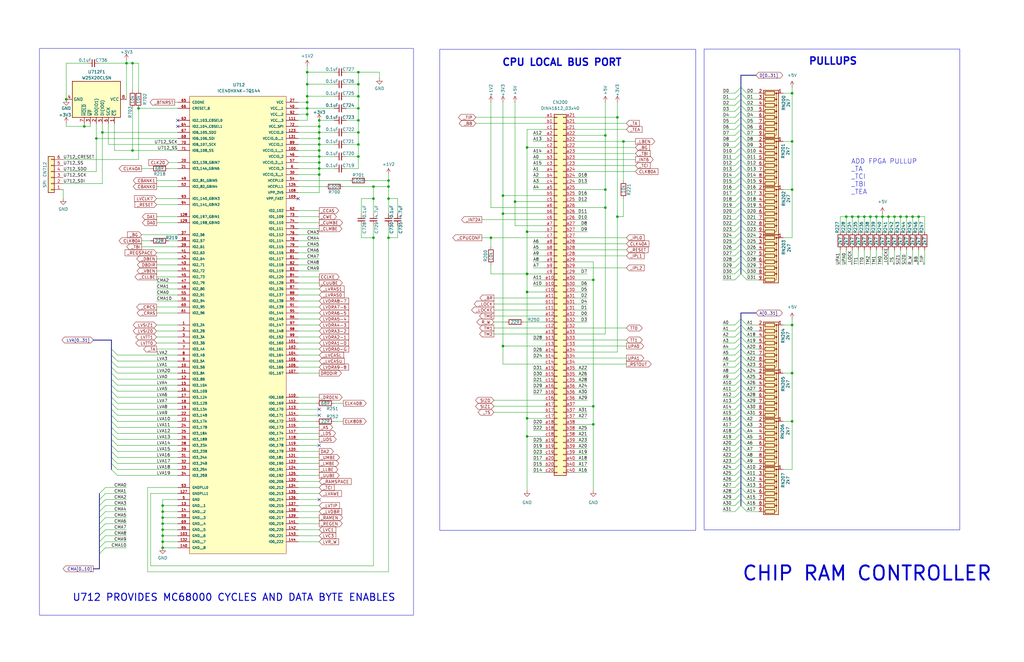
<source format=kicad_sch>
(kicad_sch (version 20231120) (generator "eeschema") (generator_version "8.0")
  (paper "B")
  (title_block (title "AMIGA PCI") (date "2024-06-29") (rev "4.0"))
  (junction (at 255.27 57.15))
  (junction (at 374.65 91.44))
  (junction (at 163.83 100.33))
  (junction (at 151.13 30.48))
  (junction (at 250.19 179.07))
  (junction (at 387.35 91.44))
  (junction (at 207.01 100.33))
  (junction (at 262.89 59.69))
  (junction (at 134.62 53.34))
  (junction (at 334.01 137.16))
  (junction (at 134.62 58.42))
  (junction (at 151.13 50.8))
  (junction (at 151.13 55.88))
  (junction (at 356.87 91.44))
  (junction (at 68.58 223.52))
  (junction (at 222.25 62.23))
  (junction (at 222.25 123.19))
  (junction (at 129.54 43.18))
  (junction (at 364.49 91.44))
  (junction (at 212.09 82.55))
  (junction (at 334.01 80.01))
  (junction (at 334.01 39.37))
  (junction (at 27.94 41.91))
  (junction (at 334.01 59.69))
  (junction (at 361.95 91.44))
  (junction (at 260.35 49.53))
  (junction (at 134.62 66.04))
  (junction (at 334.01 177.8))
  (junction (at 129.54 48.26))
  (junction (at 129.54 35.56))
  (junction (at 68.58 220.98))
  (junction (at 359.41 91.44))
  (junction (at 163.83 83.82))
  (junction (at 212.09 146.05))
  (junction (at 334.01 157.48))
  (junction (at 250.19 171.45))
  (junction (at 134.62 73.66))
  (junction (at 134.62 60.96))
  (junction (at 68.58 231.14))
  (junction (at 151.13 60.96))
  (junction (at 250.19 118.11))
  (junction (at 134.62 50.8))
  (junction (at 222.25 97.79))
  (junction (at 367.03 91.44))
  (junction (at 157.48 83.82))
  (junction (at 68.58 213.36))
  (junction (at 372.11 91.44))
  (junction (at 53.34 26.67))
  (junction (at 151.13 40.64))
  (junction (at 134.62 55.88))
  (junction (at 222.25 176.53))
  (junction (at 43.18 55.88))
  (junction (at 255.27 87.63))
  (junction (at 58.42 45.72))
  (junction (at 163.83 76.2))
  (junction (at 377.19 91.44))
  (junction (at 68.58 228.6))
  (junction (at 222.25 115.57))
  (junction (at 157.48 100.33))
  (junction (at 382.27 91.44))
  (junction (at 68.58 215.9))
  (junction (at 217.17 85.09))
  (junction (at 151.13 45.72))
  (junction (at 129.54 45.72))
  (junction (at 369.57 91.44))
  (junction (at 151.13 66.04))
  (junction (at 55.88 63.5))
  (junction (at 157.48 78.74))
  (junction (at 134.62 68.58))
  (junction (at 55.88 26.67))
  (junction (at 35.56 53.34))
  (junction (at 222.25 184.15))
  (junction (at 129.54 40.64))
  (junction (at 134.62 71.12))
  (junction (at 384.81 91.44))
  (junction (at 163.83 78.74))
  (junction (at 260.35 91.44))
  (junction (at 379.73 91.44))
  (junction (at 129.54 30.48))
  (junction (at 68.58 218.44))
  (junction (at 134.62 63.5))
  (junction (at 40.64 58.42))
  (junction (at 151.13 35.56))
  (junction (at 68.58 226.06))
  (junction (at 255.27 80.01))
  (junction (at 212.09 90.17))
  (no_connect (at 134.62 210.82))
  (no_connect (at 74.93 50.8))
  (no_connect (at 134.62 187.96))
  (no_connect (at 134.62 175.26))
  (no_connect (at 74.93 53.34))
  (no_connect (at 134.62 172.72))
  (no_connect (at 125.73 83.82))
  (bus_entry (at 314.96 185.42) (size -2.54 -2.54))
  (bus_entry (at 314.96 118.11) (size -2.54 -2.54))
  (bus_entry (at 314.96 154.94) (size -2.54 -2.54))
  (bus_entry (at 46.99 187.96) (size 2.54 2.54))
  (bus_entry (at 46.99 198.12) (size 2.54 2.54))
  (bus_entry (at 309.88 110.49) (size 2.54 -2.54))
  (bus_entry (at 309.88 137.16) (size 2.54 -2.54))
  (bus_entry (at 309.88 175.26) (size 2.54 -2.54))
  (bus_entry (at 314.96 142.24) (size -2.54 -2.54))
  (bus_entry (at 309.88 180.34) (size 2.54 -2.54))
  (bus_entry (at 314.96 208.28) (size -2.54 -2.54))
  (bus_entry (at 309.88 172.72) (size 2.54 -2.54))
  (bus_entry (at 314.96 44.45) (size -2.54 -2.54))
  (bus_entry (at 309.88 210.82) (size 2.54 -2.54))
  (bus_entry (at 46.99 195.58) (size 2.54 2.54))
  (bus_entry (at 314.96 215.9) (size -2.54 -2.54))
  (bus_entry (at 314.96 147.32) (size -2.54 -2.54))
  (bus_entry (at 314.96 175.26) (size -2.54 -2.54))
  (bus_entry (at 314.96 113.03) (size -2.54 -2.54))
  (bus_entry (at 314.96 198.12) (size -2.54 -2.54))
  (bus_entry (at 314.96 67.31) (size -2.54 -2.54))
  (bus_entry (at 314.96 110.49) (size -2.54 -2.54))
  (bus_entry (at 314.96 195.58) (size -2.54 -2.54))
  (bus_entry (at 309.88 195.58) (size 2.54 -2.54))
  (bus_entry (at 309.88 152.4) (size 2.54 -2.54))
  (bus_entry (at 309.88 54.61) (size 2.54 -2.54))
  (bus_entry (at 309.88 185.42) (size 2.54 -2.54))
  (bus_entry (at 314.96 64.77) (size -2.54 -2.54))
  (bus_entry (at 46.99 162.56) (size 2.54 2.54))
  (bus_entry (at 314.96 210.82) (size -2.54 -2.54))
  (bus_entry (at 46.99 177.8) (size 2.54 2.54))
  (bus_entry (at 309.88 182.88) (size 2.54 -2.54))
  (bus_entry (at 309.88 177.8) (size 2.54 -2.54))
  (bus_entry (at 309.88 64.77) (size 2.54 -2.54))
  (bus_entry (at 314.96 41.91) (size -2.54 -2.54))
  (bus_entry (at 309.88 82.55) (size 2.54 -2.54))
  (bus_entry (at 309.88 139.7) (size 2.54 -2.54))
  (bus_entry (at 314.96 54.61) (size -2.54 -2.54))
  (bus_entry (at 309.88 147.32) (size 2.54 -2.54))
  (bus_entry (at 309.88 74.93) (size 2.54 -2.54))
  (bus_entry (at 309.88 67.31) (size 2.54 -2.54))
  (bus_entry (at 309.88 87.63) (size 2.54 -2.54))
  (bus_entry (at 309.88 113.03) (size 2.54 -2.54))
  (bus_entry (at 314.96 180.34) (size -2.54 -2.54))
  (bus_entry (at 44.45 210.82) (size -2.54 2.54))
  (bus_entry (at 314.96 157.48) (size -2.54 -2.54))
  (bus_entry (at 309.88 213.36) (size 2.54 -2.54))
  (bus_entry (at 314.96 152.4) (size -2.54 -2.54))
  (bus_entry (at 309.88 160.02) (size 2.54 -2.54))
  (bus_entry (at 314.96 115.57) (size -2.54 -2.54))
  (bus_entry (at 314.96 105.41) (size -2.54 -2.54))
  (bus_entry (at 46.99 160.02) (size 2.54 2.54))
  (bus_entry (at 314.96 69.85) (size -2.54 -2.54))
  (bus_entry (at 314.96 193.04) (size -2.54 -2.54))
  (bus_entry (at 314.96 62.23) (size -2.54 -2.54))
  (bus_entry (at 46.99 157.48) (size 2.54 2.54))
  (bus_entry (at 314.96 144.78) (size -2.54 -2.54))
  (bus_entry (at 46.99 149.86) (size 2.54 2.54))
  (bus_entry (at 46.99 170.18) (size 2.54 2.54))
  (bus_entry (at 314.96 165.1) (size -2.54 -2.54))
  (bus_entry (at 309.88 90.17) (size 2.54 -2.54))
  (bus_entry (at 314.96 177.8) (size -2.54 -2.54))
  (bus_entry (at 309.88 170.18) (size 2.54 -2.54))
  (bus_entry (at 309.88 69.85) (size 2.54 -2.54))
  (bus_entry (at 309.88 97.79) (size 2.54 -2.54))
  (bus_entry (at 314.96 97.79) (size -2.54 -2.54))
  (bus_entry (at 314.96 72.39) (size -2.54 -2.54))
  (bus_entry (at 314.96 149.86) (size -2.54 -2.54))
  (bus_entry (at 314.96 90.17) (size -2.54 -2.54))
  (bus_entry (at 309.88 165.1) (size 2.54 -2.54))
  (bus_entry (at 46.99 190.5) (size 2.54 2.54))
  (bus_entry (at 314.96 139.7) (size -2.54 -2.54))
  (bus_entry (at 314.96 172.72) (size -2.54 -2.54))
  (bus_entry (at 309.88 193.04) (size 2.54 -2.54))
  (bus_entry (at 314.96 87.63) (size -2.54 -2.54))
  (bus_entry (at 314.96 59.69) (size -2.54 -2.54))
  (bus_entry (at 314.96 102.87) (size -2.54 -2.54))
  (bus_entry (at 314.96 57.15) (size -2.54 -2.54))
  (bus_entry (at 309.88 46.99) (size 2.54 -2.54))
  (bus_entry (at 309.88 59.69) (size 2.54 -2.54))
  (bus_entry (at 314.96 137.16) (size -2.54 -2.54))
  (bus_entry (at 309.88 85.09) (size 2.54 -2.54))
  (bus_entry (at 44.45 231.14) (size -2.54 2.54))
  (bus_entry (at 309.88 95.25) (size 2.54 -2.54))
  (bus_entry (at 314.96 82.55) (size -2.54 -2.54))
  (bus_entry (at 46.99 193.04) (size 2.54 2.54))
  (bus_entry (at 44.45 205.74) (size -2.54 2.54))
  (bus_entry (at 46.99 175.26) (size 2.54 2.54))
  (bus_entry (at 309.88 102.87) (size 2.54 -2.54))
  (bus_entry (at 309.88 41.91) (size 2.54 -2.54))
  (bus_entry (at 309.88 167.64) (size 2.54 -2.54))
  (bus_entry (at 309.88 39.37) (size 2.54 -2.54))
  (bus_entry (at 309.88 44.45) (size 2.54 -2.54))
  (bus_entry (at 309.88 157.48) (size 2.54 -2.54))
  (bus_entry (at 46.99 154.94) (size 2.54 2.54))
  (bus_entry (at 44.45 223.52) (size -2.54 2.54))
  (bus_entry (at 314.96 205.74) (size -2.54 -2.54))
  (bus_entry (at 44.45 226.06) (size -2.54 2.54))
  (bus_entry (at 309.88 187.96) (size 2.54 -2.54))
  (bus_entry (at 314.96 190.5) (size -2.54 -2.54))
  (bus_entry (at 314.96 80.01) (size -2.54 -2.54))
  (bus_entry (at 309.88 118.11) (size 2.54 -2.54))
  (bus_entry (at 44.45 215.9) (size -2.54 2.54))
  (bus_entry (at 314.96 95.25) (size -2.54 -2.54))
  (bus_entry (at 314.96 49.53) (size -2.54 -2.54))
  (bus_entry (at 314.96 100.33) (size -2.54 -2.54))
  (bus_entry (at 314.96 162.56) (size -2.54 -2.54))
  (bus_entry (at 46.99 180.34) (size 2.54 2.54))
  (bus_entry (at 46.99 147.32) (size 2.54 2.54))
  (bus_entry (at 46.99 165.1) (size 2.54 2.54))
  (bus_entry (at 314.96 213.36) (size -2.54 -2.54))
  (bus_entry (at 314.96 107.95) (size -2.54 -2.54))
  (bus_entry (at 309.88 203.2) (size 2.54 -2.54))
  (bus_entry (at 314.96 39.37) (size -2.54 -2.54))
  (bus_entry (at 314.96 92.71) (size -2.54 -2.54))
  (bus_entry (at 314.96 74.93) (size -2.54 -2.54))
  (bus_entry (at 309.88 144.78) (size 2.54 -2.54))
  (bus_entry (at 309.88 200.66) (size 2.54 -2.54))
  (bus_entry (at 309.88 198.12) (size 2.54 -2.54))
  (bus_entry (at 309.88 154.94) (size 2.54 -2.54))
  (bus_entry (at 44.45 220.98) (size -2.54 2.54))
  (bus_entry (at 309.88 105.41) (size 2.54 -2.54))
  (bus_entry (at 309.88 190.5) (size 2.54 -2.54))
  (bus_entry (at 314.96 167.64) (size -2.54 -2.54))
  (bus_entry (at 309.88 142.24) (size 2.54 -2.54))
  (bus_entry (at 44.45 228.6) (size -2.54 2.54))
  (bus_entry (at 309.88 115.57) (size 2.54 -2.54))
  (bus_entry (at 309.88 205.74) (size 2.54 -2.54))
  (bus_entry (at 309.88 77.47) (size 2.54 -2.54))
  (bus_entry (at 314.96 182.88) (size -2.54 -2.54))
  (bus_entry (at 309.88 72.39) (size 2.54 -2.54))
  (bus_entry (at 44.45 208.28) (size -2.54 2.54))
  (bus_entry (at 46.99 167.64) (size 2.54 2.54))
  (bus_entry (at 309.88 49.53) (size 2.54 -2.54))
  (bus_entry (at 309.88 208.28) (size 2.54 -2.54))
  (bus_entry (at 314.96 203.2) (size -2.54 -2.54))
  (bus_entry (at 309.88 92.71) (size 2.54 -2.54))
  (bus_entry (at 309.88 100.33) (size 2.54 -2.54))
  (bus_entry (at 309.88 215.9) (size 2.54 -2.54))
  (bus_entry (at 44.45 218.44) (size -2.54 2.54))
  (bus_entry (at 46.99 152.4) (size 2.54 2.54))
  (bus_entry (at 309.88 107.95) (size 2.54 -2.54))
  (bus_entry (at 314.96 77.47) (size -2.54 -2.54))
  (bus_entry (at 309.88 57.15) (size 2.54 -2.54))
  (bus_entry (at 314.96 85.09) (size -2.54 -2.54))
  (bus_entry (at 46.99 182.88) (size 2.54 2.54))
  (bus_entry (at 46.99 172.72) (size 2.54 2.54))
  (bus_entry (at 314.96 46.99) (size -2.54 -2.54))
  (bus_entry (at 309.88 80.01) (size 2.54 -2.54))
  (bus_entry (at 314.96 170.18) (size -2.54 -2.54))
  (bus_entry (at 314.96 160.02) (size -2.54 -2.54))
  (bus_entry (at 314.96 52.07) (size -2.54 -2.54))
  (bus_entry (at 314.96 200.66) (size -2.54 -2.54))
  (bus_entry (at 314.96 187.96) (size -2.54 -2.54))
  (bus_entry (at 309.88 149.86) (size 2.54 -2.54))
  (bus_entry (at 309.88 52.07) (size 2.54 -2.54))
  (bus_entry (at 46.99 185.42) (size 2.54 2.54))
  (bus_entry (at 44.45 213.36) (size -2.54 2.54))
  (bus_entry (at 309.88 162.56) (size 2.54 -2.54))
  (bus_entry (at 309.88 62.23) (size 2.54 -2.54))
  (wire (pts (xy 364.49 105.41) (xy 364.49 111.76)))
  (wire (pts (xy 242.57 100.33) (xy 264.16 100.33)))
  (wire (pts (xy 53.34 26.67) (xy 41.91 26.67)))
  (wire (pts (xy 129.54 40.64) (xy 129.54 43.18)))
  (wire (pts (xy 146.05 55.88) (xy 151.13 55.88)))
  (wire (pts (xy 320.04 203.2) (xy 314.96 203.2)))
  (bus (pts (xy 312.42 142.24) (xy 312.42 144.78)))
  (wire (pts (xy 224.79 161.29) (xy 229.87 161.29)))
  (wire (pts (xy 247.65 123.19) (xy 242.57 123.19)))
  (wire (pts (xy 212.09 90.17) (xy 212.09 146.05)))
  (wire (pts (xy 320.04 92.71) (xy 314.96 92.71)))
  (wire (pts (xy 320.04 49.53) (xy 314.96 49.53)))
  (wire (pts (xy 74.93 83.82) (xy 66.04 83.82)))
  (wire (pts (xy 134.62 134.62) (xy 125.73 134.62)))
  (wire (pts (xy 224.79 163.83) (xy 229.87 163.83)))
  (wire (pts (xy 134.62 60.96) (xy 134.62 63.5)))
  (bus (pts (xy 312.42 208.28) (xy 312.42 210.82)))
  (wire (pts (xy 242.57 72.39) (xy 267.97 72.39)))
  (wire (pts (xy 49.53 160.02) (xy 74.93 160.02)))
  (wire (pts (xy 62.23 241.3) (xy 163.83 241.3)))
  (wire (pts (xy 53.34 41.91) (xy 53.34 26.67)))
  (wire (pts (xy 151.13 60.96) (xy 151.13 66.04)))
  (wire (pts (xy 55.88 26.67) (xy 53.34 26.67)))
  (wire (pts (xy 62.23 205.74) (xy 74.93 205.74)))
  (wire (pts (xy 304.8 107.95) (xy 309.88 107.95)))
  (wire (pts (xy 224.79 181.61) (xy 229.87 181.61)))
  (bus (pts (xy 312.42 110.49) (xy 312.42 107.95)))
  (wire (pts (xy 242.57 146.05) (xy 264.16 146.05)))
  (wire (pts (xy 68.58 215.9) (xy 74.93 215.9)))
  (wire (pts (xy 74.93 78.74) (xy 66.04 78.74)))
  (wire (pts (xy 222.25 123.19) (xy 222.25 176.53)))
  (bus (pts (xy 312.42 59.69) (xy 312.42 57.15)))
  (wire (pts (xy 304.8 64.77) (xy 309.88 64.77)))
  (wire (pts (xy 66.04 137.16) (xy 74.93 137.16)))
  (wire (pts (xy 134.62 142.24) (xy 125.73 142.24)))
  (wire (pts (xy 134.62 147.32) (xy 125.73 147.32)))
  (wire (pts (xy 354.33 97.79) (xy 354.33 91.44)))
  (wire (pts (xy 379.73 111.76) (xy 379.73 105.41)))
  (wire (pts (xy 207.01 111.76) (xy 207.01 115.57)))
  (wire (pts (xy 224.79 158.75) (xy 229.87 158.75)))
  (wire (pts (xy 207.01 43.18) (xy 207.01 87.63)))
  (wire (pts (xy 74.93 129.54) (xy 66.04 129.54)))
  (wire (pts (xy 125.73 58.42) (xy 134.62 58.42)))
  (wire (pts (xy 224.79 74.93) (xy 229.87 74.93)))
  (wire (pts (xy 377.19 91.44) (xy 377.19 97.79)))
  (wire (pts (xy 354.33 91.44) (xy 356.87 91.44)))
  (wire (pts (xy 157.48 90.17) (xy 157.48 83.82)))
  (bus (pts (xy 312.42 107.95) (xy 312.42 105.41)))
  (wire (pts (xy 304.8 118.11) (xy 309.88 118.11)))
  (wire (pts (xy 49.53 185.42) (xy 74.93 185.42)))
  (bus (pts (xy 312.42 180.34) (xy 312.42 182.88)))
  (wire (pts (xy 58.42 67.31) (xy 58.42 45.72)))
  (wire (pts (xy 320.04 67.31) (xy 314.96 67.31)))
  (wire (pts (xy 27.94 26.67) (xy 36.83 26.67)))
  (wire (pts (xy 163.83 90.17) (xy 163.83 83.82)))
  (wire (pts (xy 334.01 177.8) (xy 334.01 198.12)))
  (wire (pts (xy 304.8 165.1) (xy 309.88 165.1)))
  (wire (pts (xy 304.8 185.42) (xy 309.88 185.42)))
  (wire (pts (xy 125.73 129.54) (xy 134.62 129.54)))
  (wire (pts (xy 125.73 170.18) (xy 133.35 170.18)))
  (wire (pts (xy 74.93 127) (xy 66.04 127)))
  (wire (pts (xy 374.65 111.76) (xy 374.65 105.41)))
  (wire (pts (xy 125.73 226.06) (xy 134.62 226.06)))
  (wire (pts (xy 247.65 95.25) (xy 242.57 95.25)))
  (wire (pts (xy 247.65 168.91) (xy 242.57 168.91)))
  (wire (pts (xy 242.57 171.45) (xy 250.19 171.45)))
  (wire (pts (xy 304.8 147.32) (xy 309.88 147.32)))
  (wire (pts (xy 384.81 91.44) (xy 387.35 91.44)))
  (wire (pts (xy 320.04 82.55) (xy 314.96 82.55)))
  (wire (pts (xy 247.65 97.79) (xy 242.57 97.79)))
  (wire (pts (xy 134.62 127) (xy 125.73 127)))
  (wire (pts (xy 163.83 76.2) (xy 154.94 76.2)))
  (wire (pts (xy 364.49 91.44) (xy 364.49 97.79)))
  (wire (pts (xy 134.62 137.16) (xy 125.73 137.16)))
  (bus (pts (xy 312.42 67.31) (xy 312.42 64.77)))
  (wire (pts (xy 242.57 59.69) (xy 262.89 59.69)))
  (wire (pts (xy 224.79 107.95) (xy 229.87 107.95)))
  (wire (pts (xy 334.01 59.69) (xy 334.01 80.01)))
  (wire (pts (xy 361.95 91.44) (xy 361.95 97.79)))
  (bus (pts (xy 41.91 226.06) (xy 41.91 228.6)))
  (wire (pts (xy 304.8 215.9) (xy 309.88 215.9)))
  (wire (pts (xy 304.8 160.02) (xy 309.88 160.02)))
  (wire (pts (xy 330.2 100.33) (xy 334.01 100.33)))
  (wire (pts (xy 320.04 149.86) (xy 314.96 149.86)))
  (bus (pts (xy 41.91 233.68) (xy 41.91 240.03)))
  (wire (pts (xy 134.62 63.5) (xy 134.62 66.04)))
  (wire (pts (xy 208.28 168.91) (xy 229.87 168.91)))
  (wire (pts (xy 140.97 170.18) (xy 144.78 170.18)))
  (wire (pts (xy 304.8 195.58) (xy 309.88 195.58)))
  (wire (pts (xy 125.73 45.72) (xy 129.54 45.72)))
  (bus (pts (xy 312.42 44.45) (xy 312.42 41.91)))
  (wire (pts (xy 320.04 59.69) (xy 314.96 59.69)))
  (wire (pts (xy 26.67 72.39) (xy 40.64 72.39)))
  (wire (pts (xy 334.01 39.37) (xy 334.01 59.69)))
  (wire (pts (xy 55.88 63.5) (xy 74.93 63.5)))
  (wire (pts (xy 212.09 153.67) (xy 212.09 146.05)))
  (bus (pts (xy 312.42 167.64) (xy 312.42 170.18)))
  (wire (pts (xy 304.8 162.56) (xy 309.88 162.56)))
  (wire (pts (xy 134.62 114.3) (xy 125.73 114.3)))
  (wire (pts (xy 40.64 52.07) (xy 40.64 58.42)))
  (wire (pts (xy 157.48 78.74) (xy 163.83 78.74)))
  (wire (pts (xy 334.01 157.48) (xy 334.01 177.8)))
  (wire (pts (xy 208.28 140.97) (xy 229.87 140.97)))
  (wire (pts (xy 224.79 69.85) (xy 229.87 69.85)))
  (wire (pts (xy 356.87 91.44) (xy 356.87 97.79)))
  (wire (pts (xy 242.57 52.07) (xy 264.16 52.07)))
  (wire (pts (xy 247.65 135.89) (xy 242.57 135.89)))
  (bus (pts (xy 312.42 137.16) (xy 312.42 139.7)))
  (wire (pts (xy 49.53 190.5) (xy 74.93 190.5)))
  (wire (pts (xy 125.73 132.08) (xy 134.62 132.08)))
  (wire (pts (xy 304.8 210.82) (xy 309.88 210.82)))
  (wire (pts (xy 304.8 46.99) (xy 309.88 46.99)))
  (bus (pts (xy 312.42 52.07) (xy 312.42 49.53)))
  (wire (pts (xy 361.95 105.41) (xy 361.95 111.76)))
  (wire (pts (xy 134.62 81.28) (xy 125.73 81.28)))
  (wire (pts (xy 134.62 195.58) (xy 125.73 195.58)))
  (wire (pts (xy 125.73 60.96) (xy 134.62 60.96)))
  (wire (pts (xy 129.54 48.26) (xy 129.54 50.8)))
  (wire (pts (xy 242.57 143.51) (xy 264.16 143.51)))
  (wire (pts (xy 304.8 193.04) (xy 309.88 193.04)))
  (wire (pts (xy 247.65 133.35) (xy 242.57 133.35)))
  (bus (pts (xy 39.37 143.51) (xy 46.99 143.51)))
  (wire (pts (xy 125.73 208.28) (xy 134.62 208.28)))
  (wire (pts (xy 224.79 118.11) (xy 229.87 118.11)))
  (wire (pts (xy 330.2 59.69) (xy 334.01 59.69)))
  (wire (pts (xy 304.8 102.87) (xy 309.88 102.87)))
  (wire (pts (xy 44.45 210.82) (xy 53.34 210.82)))
  (bus (pts (xy 312.42 175.26) (xy 312.42 177.8)))
  (wire (pts (xy 49.53 193.04) (xy 74.93 193.04)))
  (wire (pts (xy 151.13 66.04) (xy 151.13 71.12)))
  (wire (pts (xy 125.73 76.2) (xy 147.32 76.2)))
  (wire (pts (xy 125.73 116.84) (xy 134.62 116.84)))
  (wire (pts (xy 320.04 165.1) (xy 314.96 165.1)))
  (wire (pts (xy 212.09 43.18) (xy 212.09 82.55)))
  (wire (pts (xy 304.8 137.16) (xy 309.88 137.16)))
  (wire (pts (xy 320.04 190.5) (xy 314.96 190.5)))
  (wire (pts (xy 304.8 200.66) (xy 309.88 200.66)))
  (wire (pts (xy 262.89 59.69) (xy 267.97 59.69)))
  (bus (pts (xy 312.42 195.58) (xy 312.42 198.12)))
  (wire (pts (xy 387.35 91.44) (xy 389.89 91.44)))
  (wire (pts (xy 330.2 157.48) (xy 334.01 157.48)))
  (wire (pts (xy 304.8 157.48) (xy 309.88 157.48)))
  (wire (pts (xy 207.01 87.63) (xy 229.87 87.63)))
  (wire (pts (xy 35.56 53.34) (xy 35.56 52.07)))
  (wire (pts (xy 125.73 218.44) (xy 134.62 218.44)))
  (bus (pts (xy 312.42 147.32) (xy 312.42 149.86)))
  (wire (pts (xy 125.73 66.04) (xy 134.62 66.04)))
  (bus (pts (xy 312.42 113.03) (xy 312.42 110.49)))
  (bus (pts (xy 312.42 54.61) (xy 312.42 52.07)))
  (wire (pts (xy 242.57 69.85) (xy 267.97 69.85)))
  (bus (pts (xy 312.42 144.78) (xy 312.42 147.32)))
  (bus (pts (xy 46.99 195.58) (xy 46.99 193.04)))
  (bus (pts (xy 46.99 172.72) (xy 46.99 170.18)))
  (wire (pts (xy 304.8 87.63) (xy 309.88 87.63)))
  (wire (pts (xy 367.03 91.44) (xy 367.03 97.79)))
  (wire (pts (xy 247.65 186.69) (xy 242.57 186.69)))
  (wire (pts (xy 125.73 205.74) (xy 134.62 205.74)))
  (wire (pts (xy 304.8 167.64) (xy 309.88 167.64)))
  (wire (pts (xy 224.79 64.77) (xy 229.87 64.77)))
  (wire (pts (xy 242.57 113.03) (xy 264.16 113.03)))
  (wire (pts (xy 382.27 111.76) (xy 382.27 105.41)))
  (wire (pts (xy 217.17 85.09) (xy 217.17 95.25)))
  (wire (pts (xy 134.62 198.12) (xy 125.73 198.12)))
  (wire (pts (xy 247.65 115.57) (xy 242.57 115.57)))
  (wire (pts (xy 387.35 111.76) (xy 387.35 105.41)))
  (wire (pts (xy 134.62 203.2) (xy 125.73 203.2)))
  (bus (pts (xy 46.99 149.86) (xy 46.99 147.32)))
  (wire (pts (xy 304.8 69.85) (xy 309.88 69.85)))
  (wire (pts (xy 304.8 152.4) (xy 309.88 152.4)))
  (bus (pts (xy 312.42 162.56) (xy 312.42 165.1)))
  (wire (pts (xy 134.62 193.04) (xy 125.73 193.04)))
  (wire (pts (xy 334.01 39.37) (xy 330.2 39.37)))
  (wire (pts (xy 222.25 62.23) (xy 222.25 97.79)))
  (wire (pts (xy 320.04 160.02) (xy 314.96 160.02)))
  (wire (pts (xy 320.04 102.87) (xy 314.96 102.87)))
  (wire (pts (xy 224.79 113.03) (xy 229.87 113.03)))
  (wire (pts (xy 247.65 130.81) (xy 242.57 130.81)))
  (wire (pts (xy 58.42 45.72) (xy 74.93 45.72)))
  (bus (pts (xy 312.42 74.93) (xy 312.42 72.39)))
  (wire (pts (xy 222.25 176.53) (xy 229.87 176.53)))
  (wire (pts (xy 222.25 176.53) (xy 222.25 184.15)))
  (wire (pts (xy 134.62 71.12) (xy 140.97 71.12)))
  (wire (pts (xy 262.89 59.69) (xy 262.89 76.2)))
  (wire (pts (xy 74.93 142.24) (xy 66.04 142.24)))
  (wire (pts (xy 320.04 154.94) (xy 314.96 154.94)))
  (wire (pts (xy 242.57 49.53) (xy 260.35 49.53)))
  (wire (pts (xy 68.58 215.9) (xy 68.58 218.44)))
  (wire (pts (xy 44.45 228.6) (xy 53.34 228.6)))
  (wire (pts (xy 134.62 68.58) (xy 134.62 71.12)))
  (wire (pts (xy 222.25 115.57) (xy 222.25 123.19)))
  (bus (pts (xy 46.99 175.26) (xy 46.99 172.72)))
  (wire (pts (xy 247.65 82.55) (xy 242.57 82.55)))
  (wire (pts (xy 242.57 62.23) (xy 267.97 62.23)))
  (wire (pts (xy 379.73 91.44) (xy 379.73 97.79)))
  (wire (pts (xy 320.04 172.72) (xy 314.96 172.72)))
  (wire (pts (xy 125.73 68.58) (xy 134.62 68.58)))
  (wire (pts (xy 224.79 186.69) (xy 229.87 186.69)))
  (bus (pts (xy 312.42 77.47) (xy 312.42 74.93)))
  (wire (pts (xy 320.04 187.96) (xy 314.96 187.96)))
  (wire (pts (xy 134.62 167.64) (xy 125.73 167.64)))
  (wire (pts (xy 224.79 59.69) (xy 229.87 59.69)))
  (bus (pts (xy 312.42 157.48) (xy 312.42 160.02)))
  (wire (pts (xy 125.73 101.6) (xy 134.62 101.6)))
  (bus (pts (xy 312.42 102.87) (xy 312.42 100.33)))
  (bus (pts (xy 46.99 170.18) (xy 46.99 167.64)))
  (wire (pts (xy 134.62 172.72) (xy 125.73 172.72)))
  (wire (pts (xy 224.79 67.31) (xy 229.87 67.31)))
  (wire (pts (xy 222.25 62.23) (xy 229.87 62.23)))
  (wire (pts (xy 49.53 175.26) (xy 74.93 175.26)))
  (wire (pts (xy 320.04 57.15) (xy 314.96 57.15)))
  (wire (pts (xy 304.8 175.26) (xy 309.88 175.26)))
  (wire (pts (xy 151.13 35.56) (xy 151.13 30.48)))
  (wire (pts (xy 222.25 184.15) (xy 229.87 184.15)))
  (wire (pts (xy 125.73 139.7) (xy 134.62 139.7)))
  (wire (pts (xy 224.79 191.77) (xy 229.87 191.77)))
  (wire (pts (xy 43.18 55.88) (xy 74.93 55.88)))
  (wire (pts (xy 129.54 27.94) (xy 129.54 30.48)))
  (bus (pts (xy 312.42 205.74) (xy 312.42 208.28)))
  (wire (pts (xy 247.65 92.71) (xy 242.57 92.71)))
  (wire (pts (xy 74.93 116.84) (xy 66.04 116.84)))
  (wire (pts (xy 66.04 147.32) (xy 74.93 147.32)))
  (wire (pts (xy 45.72 60.96) (xy 45.72 52.07)))
  (wire (pts (xy 320.04 170.18) (xy 314.96 170.18)))
  (wire (pts (xy 356.87 105.41) (xy 356.87 111.76)))
  (wire (pts (xy 247.65 120.65) (xy 242.57 120.65)))
  (bus (pts (xy 46.99 190.5) (xy 46.99 187.96)))
  (wire (pts (xy 129.54 43.18) (xy 129.54 45.72)))
  (wire (pts (xy 372.11 105.41) (xy 372.11 111.76)))
  (bus (pts (xy 46.99 147.32) (xy 46.99 143.51)))
  (wire (pts (xy 247.65 163.83) (xy 242.57 163.83)))
  (wire (pts (xy 304.8 190.5) (xy 309.88 190.5)))
  (wire (pts (xy 304.8 92.71) (xy 309.88 92.71)))
  (bus (pts (xy 46.99 162.56) (xy 46.99 160.02)))
  (wire (pts (xy 320.04 210.82) (xy 314.96 210.82)))
  (wire (pts (xy 359.41 91.44) (xy 361.95 91.44)))
  (wire (pts (xy 260.35 91.44) (xy 260.35 148.59)))
  (wire (pts (xy 320.04 152.4) (xy 314.96 152.4)))
  (wire (pts (xy 208.28 171.45) (xy 229.87 171.45)))
  (wire (pts (xy 68.58 213.36) (xy 74.93 213.36)))
  (wire (pts (xy 146.05 35.56) (xy 151.13 35.56)))
  (bus (pts (xy 41.91 223.52) (xy 41.91 226.06)))
  (wire (pts (xy 229.87 95.25) (xy 217.17 95.25)))
  (wire (pts (xy 334.01 36.83) (xy 334.01 39.37)))
  (wire (pts (xy 247.65 176.53) (xy 242.57 176.53)))
  (wire (pts (xy 59.69 101.6) (xy 63.5 101.6)))
  (wire (pts (xy 203.2 100.33) (xy 207.01 100.33)))
  (bus (pts (xy 312.42 160.02) (xy 312.42 162.56)))
  (wire (pts (xy 320.04 54.61) (xy 314.96 54.61)))
  (wire (pts (xy 125.73 106.68) (xy 134.62 106.68)))
  (wire (pts (xy 320.04 87.63) (xy 314.96 87.63)))
  (bus (pts (xy 41.91 215.9) (xy 41.91 218.44)))
  (wire (pts (xy 224.79 199.39) (xy 229.87 199.39)))
  (wire (pts (xy 35.56 53.34) (xy 38.1 53.34)))
  (wire (pts (xy 125.73 152.4) (xy 134.62 152.4)))
  (bus (pts (xy 312.42 69.85) (xy 312.42 67.31)))
  (wire (pts (xy 224.79 105.41) (xy 229.87 105.41)))
  (wire (pts (xy 152.4 100.33) (xy 157.48 100.33)))
  (wire (pts (xy 224.79 143.51) (xy 229.87 143.51)))
  (wire (pts (xy 320.04 41.91) (xy 314.96 41.91)))
  (wire (pts (xy 68.58 223.52) (xy 74.93 223.52)))
  (wire (pts (xy 304.8 115.57) (xy 309.88 115.57)))
  (bus (pts (xy 41.91 220.98) (xy 41.91 223.52)))
  (wire (pts (xy 247.65 189.23) (xy 242.57 189.23)))
  (wire (pts (xy 44.45 215.9) (xy 53.34 215.9)))
  (bus (pts (xy 312.42 203.2) (xy 312.42 205.74)))
  (bus (pts (xy 41.91 210.82) (xy 41.91 213.36)))
  (bus (pts (xy 41.91 218.44) (xy 41.91 220.98)))
  (wire (pts (xy 134.62 228.6) (xy 125.73 228.6)))
  (wire (pts (xy 74.93 76.2) (xy 66.04 76.2)))
  (wire (pts (xy 27.94 53.34) (xy 27.94 52.07)))
  (wire (pts (xy 320.04 118.11) (xy 314.96 118.11)))
  (wire (pts (xy 49.53 154.94) (xy 74.93 154.94)))
  (wire (pts (xy 320.04 208.28) (xy 314.96 208.28)))
  (wire (pts (xy 320.04 213.36) (xy 314.96 213.36)))
  (wire (pts (xy 320.04 52.07) (xy 314.96 52.07)))
  (bus (pts (xy 41.91 240.03) (xy 39.37 240.03)))
  (wire (pts (xy 129.54 45.72) (xy 140.97 45.72)))
  (wire (pts (xy 125.73 124.46) (xy 134.62 124.46)))
  (wire (pts (xy 304.8 170.18) (xy 309.88 170.18)))
  (bus (pts (xy 312.42 87.63) (xy 312.42 85.09)))
  (wire (pts (xy 222.25 54.61) (xy 222.25 62.23)))
  (wire (pts (xy 247.65 85.09) (xy 242.57 85.09)))
  (wire (pts (xy 49.53 200.66) (xy 74.93 200.66)))
  (wire (pts (xy 320.04 69.85) (xy 314.96 69.85)))
  (wire (pts (xy 247.65 74.93) (xy 242.57 74.93)))
  (wire (pts (xy 74.93 114.3) (xy 66.04 114.3)))
  (wire (pts (xy 68.58 218.44) (xy 74.93 218.44)))
  (wire (pts (xy 44.45 208.28) (xy 53.34 208.28)))
  (wire (pts (xy 200.66 49.53) (xy 229.87 49.53)))
  (wire (pts (xy 220.98 135.89) (xy 229.87 135.89)))
  (wire (pts (xy 134.62 119.38) (xy 125.73 119.38)))
  (bus (pts (xy 46.99 187.96) (xy 46.99 185.42)))
  (wire (pts (xy 247.65 173.99) (xy 242.57 173.99)))
  (wire (pts (xy 304.8 110.49) (xy 309.88 110.49)))
  (wire (pts (xy 74.93 93.98) (xy 66.04 93.98)))
  (wire (pts (xy 224.79 110.49) (xy 229.87 110.49)))
  (wire (pts (xy 260.35 91.44) (xy 262.89 91.44)))
  (wire (pts (xy 49.53 157.48) (xy 74.93 157.48)))
  (wire (pts (xy 134.62 71.12) (xy 134.62 73.66)))
  (wire (pts (xy 134.62 66.04) (xy 140.97 66.04)))
  (wire (pts (xy 129.54 30.48) (xy 129.54 35.56)))
  (wire (pts (xy 68.58 220.98) (xy 74.93 220.98)))
  (wire (pts (xy 74.93 91.44) (xy 66.04 91.44)))
  (wire (pts (xy 222.25 97.79) (xy 222.25 115.57)))
  (bus (pts (xy 312.42 31.75) (xy 318.77 31.75)))
  (wire (pts (xy 255.27 57.15) (xy 255.27 80.01)))
  (wire (pts (xy 66.04 121.92) (xy 74.93 121.92)))
  (wire (pts (xy 255.27 43.18) (xy 255.27 57.15)))
  (wire (pts (xy 334.01 177.8) (xy 330.2 177.8)))
  (wire (pts (xy 320.04 100.33) (xy 314.96 100.33)))
  (wire (pts (xy 44.45 205.74) (xy 53.34 205.74)))
  (wire (pts (xy 208.28 130.81) (xy 229.87 130.81)))
  (bus (pts (xy 312.42 149.86) (xy 312.42 152.4)))
  (wire (pts (xy 224.79 166.37) (xy 229.87 166.37)))
  (wire (pts (xy 68.58 226.06) (xy 74.93 226.06)))
  (bus (pts (xy 312.42 198.12) (xy 312.42 200.66)))
  (wire (pts (xy 247.65 196.85) (xy 242.57 196.85)))
  (wire (pts (xy 68.58 223.52) (xy 68.58 226.06)))
  (wire (pts (xy 146.05 45.72) (xy 151.13 45.72)))
  (bus (pts (xy 312.42 41.91) (xy 312.42 39.37)))
  (bus (pts (xy 312.42 134.62) (xy 312.42 137.16)))
  (wire (pts (xy 44.45 231.14) (xy 53.34 231.14)))
  (wire (pts (xy 49.53 198.12) (xy 74.93 198.12)))
  (wire (pts (xy 40.64 72.39) (xy 40.64 58.42)))
  (wire (pts (xy 146.05 66.04) (xy 151.13 66.04)))
  (wire (pts (xy 125.73 177.8) (xy 133.35 177.8)))
  (wire (pts (xy 320.04 162.56) (xy 314.96 162.56)))
  (wire (pts (xy 49.53 187.96) (xy 74.93 187.96)))
  (wire (pts (xy 66.04 144.78) (xy 74.93 144.78)))
  (wire (pts (xy 66.04 119.38) (xy 74.93 119.38)))
  (bus (pts (xy 312.42 182.88) (xy 312.42 185.42)))
  (wire (pts (xy 224.79 72.39) (xy 229.87 72.39)))
  (wire (pts (xy 125.73 93.98) (xy 134.62 93.98)))
  (wire (pts (xy 320.04 44.45) (xy 314.96 44.45)))
  (wire (pts (xy 208.28 133.35) (xy 229.87 133.35)))
  (wire (pts (xy 356.87 91.44) (xy 359.41 91.44)))
  (bus (pts (xy 41.91 208.28) (xy 41.91 210.82)))
  (wire (pts (xy 247.65 128.27) (xy 242.57 128.27)))
  (bus (pts (xy 46.99 154.94) (xy 46.99 152.4)))
  (wire (pts (xy 71.12 101.6) (xy 74.93 101.6)))
  (wire (pts (xy 320.04 177.8) (xy 314.96 177.8)))
  (wire (pts (xy 63.5 71.12) (xy 59.69 71.12)))
  (wire (pts (xy 66.04 111.76) (xy 74.93 111.76)))
  (wire (pts (xy 68.58 226.06) (xy 68.58 228.6)))
  (wire (pts (xy 55.88 45.72) (xy 55.88 63.5)))
  (wire (pts (xy 125.73 213.36) (xy 134.62 213.36)))
  (bus (pts (xy 46.99 167.64) (xy 46.99 165.1)))
  (wire (pts (xy 151.13 30.48) (xy 146.05 30.48)))
  (wire (pts (xy 125.73 210.82) (xy 134.62 210.82)))
  (wire (pts (xy 48.26 63.5) (xy 48.26 52.07)))
  (bus (pts (xy 312.42 154.94) (xy 312.42 157.48)))
  (wire (pts (xy 146.05 40.64) (xy 151.13 40.64)))
  (wire (pts (xy 320.04 62.23) (xy 314.96 62.23)))
  (wire (pts (xy 129.54 30.48) (xy 140.97 30.48)))
  (wire (pts (xy 320.04 115.57) (xy 314.96 115.57)))
  (wire (pts (xy 134.62 55.88) (xy 134.62 58.42)))
  (wire (pts (xy 242.57 118.11) (xy 250.19 118.11)))
  (wire (pts (xy 49.53 172.72) (xy 74.93 172.72)))
  (wire (pts (xy 134.62 73.66) (xy 134.62 81.28)))
  (wire (pts (xy 134.62 50.8) (xy 134.62 53.34)))
  (wire (pts (xy 49.53 162.56) (xy 74.93 162.56)))
  (wire (pts (xy 26.67 77.47) (xy 43.18 77.47)))
  (bus (pts (xy 312.42 57.15) (xy 312.42 54.61)))
  (wire (pts (xy 151.13 45.72) (xy 151.13 40.64)))
  (bus (pts (xy 312.42 49.53) (xy 312.42 46.99)))
  (wire (pts (xy 364.49 91.44) (xy 367.03 91.44)))
  (wire (pts (xy 74.93 104.14) (xy 59.69 104.14)))
  (wire (pts (xy 334.01 80.01) (xy 334.01 100.33)))
  (wire (pts (xy 320.04 80.01) (xy 314.96 80.01)))
  (wire (pts (xy 151.13 40.64) (xy 151.13 35.56)))
  (wire (pts (xy 68.58 210.82) (xy 68.58 213.36)))
  (wire (pts (xy 134.62 50.8) (xy 140.97 50.8)))
  (wire (pts (xy 379.73 91.44) (xy 382.27 91.44)))
  (wire (pts (xy 74.93 68.58) (xy 71.12 68.58)))
  (wire (pts (xy 224.79 151.13) (xy 229.87 151.13)))
  (wire (pts (xy 157.48 83.82) (xy 157.48 78.74)))
  (bus (pts (xy 312.42 190.5) (xy 312.42 193.04)))
  (wire (pts (xy 304.8 154.94) (xy 309.88 154.94)))
  (wire (pts (xy 152.4 90.17) (xy 152.4 83.82)))
  (wire (pts (xy 382.27 91.44) (xy 384.81 91.44)))
  (wire (pts (xy 26.67 67.31) (xy 58.42 67.31)))
  (wire (pts (xy 134.62 66.04) (xy 134.62 68.58)))
  (wire (pts (xy 304.8 139.7) (xy 309.88 139.7)))
  (wire (pts (xy 304.8 205.74) (xy 309.88 205.74)))
  (bus (pts (xy 312.42 132.08) (xy 318.77 132.08)))
  (wire (pts (xy 157.48 78.74) (xy 144.78 78.74)))
  (wire (pts (xy 129.54 35.56) (xy 140.97 35.56)))
  (bus (pts (xy 46.99 160.02) (xy 46.99 157.48)))
  (wire (pts (xy 224.79 120.65) (xy 229.87 120.65)))
  (wire (pts (xy 247.65 194.31) (xy 242.57 194.31)))
  (wire (pts (xy 384.81 111.76) (xy 384.81 105.41)))
  (wire (pts (xy 125.73 73.66) (xy 134.62 73.66)))
  (wire (pts (xy 320.04 200.66) (xy 314.96 200.66)))
  (wire (pts (xy 330.2 198.12) (xy 334.01 198.12)))
  (bus (pts (xy 312.42 165.1) (xy 312.42 167.64)))
  (bus (pts (xy 312.42 90.17) (xy 312.42 87.63)))
  (wire (pts (xy 320.04 205.74) (xy 314.96 205.74)))
  (wire (pts (xy 224.79 102.87) (xy 229.87 102.87)))
  (wire (pts (xy 262.89 83.82) (xy 262.89 91.44)))
  (wire (pts (xy 151.13 50.8) (xy 151.13 45.72)))
  (wire (pts (xy 304.8 72.39) (xy 309.88 72.39)))
  (wire (pts (xy 44.45 226.06) (xy 53.34 226.06)))
  (bus (pts (xy 46.99 182.88) (xy 46.99 180.34)))
  (wire (pts (xy 242.57 54.61) (xy 264.16 54.61)))
  (wire (pts (xy 134.62 53.34) (xy 134.62 55.88)))
  (wire (pts (xy 58.42 38.1) (xy 58.42 26.67)))
  (wire (pts (xy 304.8 44.45) (xy 309.88 44.45)))
  (wire (pts (xy 320.04 95.25) (xy 314.96 95.25)))
  (wire (pts (xy 250.19 179.07) (xy 250.19 207.01)))
  (wire (pts (xy 49.53 165.1) (xy 74.93 165.1)))
  (wire (pts (xy 68.58 228.6) (xy 74.93 228.6)))
  (wire (pts (xy 334.01 134.62) (xy 334.01 137.16)))
  (wire (pts (xy 320.04 167.64) (xy 314.96 167.64)))
  (wire (pts (xy 66.04 139.7) (xy 74.93 139.7)))
  (wire (pts (xy 49.53 152.4) (xy 74.93 152.4)))
  (wire (pts (xy 320.04 137.16) (xy 314.96 137.16)))
  (wire (pts (xy 304.8 213.36) (xy 309.88 213.36)))
  (wire (pts (xy 212.09 82.55) (xy 212.09 90.17)))
  (wire (pts (xy 320.04 180.34) (xy 314.96 180.34)))
  (wire (pts (xy 68.58 220.98) (xy 68.58 223.52)))
  (wire (pts (xy 146.05 50.8) (xy 151.13 50.8)))
  (wire (pts (xy 224.79 179.07) (xy 229.87 179.07)))
  (wire (pts (xy 125.73 99.06) (xy 134.62 99.06)))
  (wire (pts (xy 242.57 105.41) (xy 264.16 105.41)))
  (bus (pts (xy 312.42 92.71) (xy 312.42 90.17)))
  (wire (pts (xy 247.65 199.39) (xy 242.57 199.39)))
  (wire (pts (xy 320.04 195.58) (xy 314.96 195.58)))
  (wire (pts (xy 304.8 149.86) (xy 309.88 149.86)))
  (wire (pts (xy 134.62 60.96) (xy 140.97 60.96)))
  (bus (pts (xy 41.91 228.6) (xy 41.91 231.14)))
  (wire (pts (xy 320.04 105.41) (xy 314.96 105.41)))
  (wire (pts (xy 125.73 223.52) (xy 134.62 223.52)))
  (wire (pts (xy 224.79 148.59) (xy 229.87 148.59)))
  (wire (pts (xy 207.01 115.57) (xy 222.25 115.57)))
  (wire (pts (xy 247.65 156.21) (xy 242.57 156.21)))
  (wire (pts (xy 304.8 90.17) (xy 309.88 90.17)))
  (wire (pts (xy 359.41 105.41) (xy 359.41 111.76)))
  (wire (pts (xy 247.65 184.15) (xy 242.57 184.15)))
  (wire (pts (xy 27.94 53.34) (xy 35.56 53.34)))
  (wire (pts (xy 247.65 166.37) (xy 242.57 166.37)))
  (bus (pts (xy 312.42 85.09) (xy 312.42 82.55)))
  (wire (pts (xy 361.95 91.44) (xy 364.49 91.44)))
  (wire (pts (xy 224.79 196.85) (xy 229.87 196.85)))
  (bus (pts (xy 312.42 152.4) (xy 312.42 154.94)))
  (wire (pts (xy 369.57 91.44) (xy 369.57 97.79)))
  (wire (pts (xy 304.8 113.03) (xy 309.88 113.03)))
  (wire (pts (xy 304.8 180.34) (xy 309.88 180.34)))
  (wire (pts (xy 334.01 80.01) (xy 330.2 80.01)))
  (wire (pts (xy 208.28 128.27) (xy 229.87 128.27)))
  (wire (pts (xy 134.62 200.66) (xy 125.73 200.66)))
  (wire (pts (xy 144.78 177.8) (xy 140.97 177.8)))
  (wire (pts (xy 320.04 139.7) (xy 314.96 139.7)))
  (wire (pts (xy 242.57 57.15) (xy 255.27 57.15)))
  (wire (pts (xy 304.8 74.93) (xy 309.88 74.93)))
  (wire (pts (xy 38.1 53.34) (xy 38.1 52.07)))
  (wire (pts (xy 247.65 90.17) (xy 242.57 90.17)))
  (wire (pts (xy 160.02 30.48) (xy 151.13 30.48)))
  (wire (pts (xy 304.8 59.69) (xy 309.88 59.69)))
  (wire (pts (xy 384.81 91.44) (xy 384.81 97.79)))
  (wire (pts (xy 304.8 203.2) (xy 309.88 203.2)))
  (bus (pts (xy 41.91 213.36) (xy 41.91 215.9)))
  (wire (pts (xy 320.04 182.88) (xy 314.96 182.88)))
  (wire (pts (xy 304.8 142.24) (xy 309.88 142.24)))
  (wire (pts (xy 66.04 109.22) (xy 74.93 109.22)))
  (wire (pts (xy 250.19 118.11) (xy 250.19 171.45)))
  (wire (pts (xy 260.35 49.53) (xy 260.35 91.44)))
  (bus (pts (xy 46.99 152.4) (xy 46.99 149.86)))
  (wire (pts (xy 68.58 210.82) (xy 74.93 210.82)))
  (wire (pts (xy 320.04 147.32) (xy 314.96 147.32)))
  (wire (pts (xy 304.8 208.28) (xy 309.88 208.28)))
  (wire (pts (xy 125.73 71.12) (xy 134.62 71.12)))
  (wire (pts (xy 125.73 215.9) (xy 134.62 215.9)))
  (wire (pts (xy 203.2 92.71) (xy 229.87 92.71)))
  (wire (pts (xy 320.04 157.48) (xy 314.96 157.48)))
  (wire (pts (xy 247.65 77.47) (xy 242.57 77.47)))
  (wire (pts (xy 49.53 167.64) (xy 74.93 167.64)))
  (wire (pts (xy 224.79 189.23) (xy 229.87 189.23)))
  (wire (pts (xy 304.8 80.01) (xy 309.88 80.01)))
  (wire (pts (xy 134.62 58.42) (xy 134.62 60.96)))
  (wire (pts (xy 320.04 39.37) (xy 314.96 39.37)))
  (wire (pts (xy 255.27 140.97) (xy 242.57 140.97)))
  (wire (pts (xy 45.72 60.96) (xy 74.93 60.96)))
  (wire (pts (xy 134.62 175.26) (xy 125.73 175.26)))
  (bus (pts (xy 46.99 177.8) (xy 46.99 175.26)))
  (wire (pts (xy 163.83 241.3) (xy 163.83 100.33)))
  (wire (pts (xy 212.09 146.05) (xy 229.87 146.05)))
  (wire (pts (xy 125.73 50.8) (xy 129.54 50.8)))
  (wire (pts (xy 389.89 91.44) (xy 389.89 97.79)))
  (bus (pts (xy 46.99 193.04) (xy 46.99 190.5)))
  (bus (pts (xy 46.99 165.1) (xy 46.99 162.56)))
  (wire (pts (xy 125.73 104.14) (xy 134.62 104.14)))
  (wire (pts (xy 125.73 144.78) (xy 134.62 144.78)))
  (wire (pts (xy 163.83 83.82) (xy 167.64 83.82)))
  (wire (pts (xy 63.5 208.28) (xy 74.93 208.28)))
  (wire (pts (xy 304.8 95.25) (xy 309.88 95.25)))
  (bus (pts (xy 312.42 115.57) (xy 312.42 113.03)))
  (wire (pts (xy 125.73 154.94) (xy 134.62 154.94)))
  (wire (pts (xy 304.8 105.41) (xy 309.88 105.41)))
  (wire (pts (xy 151.13 50.8) (xy 151.13 55.88)))
  (wire (pts (xy 229.87 153.67) (xy 212.09 153.67)))
  (wire (pts (xy 304.8 144.78) (xy 309.88 144.78)))
  (wire (pts (xy 43.18 77.47) (xy 43.18 55.88)))
  (wire (pts (xy 157.48 100.33) (xy 157.48 238.76)))
  (wire (pts (xy 134.62 185.42) (xy 125.73 185.42)))
  (bus (pts (xy 312.42 36.83) (xy 312.42 31.75)))
  (wire (pts (xy 320.04 113.03) (xy 314.96 113.03)))
  (wire (pts (xy 304.8 172.72) (xy 309.88 172.72)))
  (wire (pts (xy 320.04 74.93) (xy 314.96 74.93)))
  (wire (pts (xy 320.04 72.39) (xy 314.96 72.39)))
  (wire (pts (xy 68.58 231.14) (xy 74.93 231.14)))
  (wire (pts (xy 125.73 157.48) (xy 134.62 157.48)))
  (bus (pts (xy 312.42 193.04) (xy 312.42 195.58)))
  (wire (pts (xy 247.65 125.73) (xy 242.57 125.73)))
  (wire (pts (xy 224.79 77.47) (xy 229.87 77.47)))
  (wire (pts (xy 125.73 109.22) (xy 134.62 109.22)))
  (bus (pts (xy 312.42 139.7) (xy 312.42 142.24)))
  (wire (pts (xy 320.04 175.26) (xy 314.96 175.26)))
  (wire (pts (xy 55.88 26.67) (xy 55.88 38.1)))
  (wire (pts (xy 224.79 80.01) (xy 229.87 80.01)))
  (wire (pts (xy 377.19 111.76) (xy 377.19 105.41)))
  (bus (pts (xy 46.99 157.48) (xy 46.99 154.94)))
  (wire (pts (xy 389.89 111.76) (xy 389.89 105.41)))
  (bus (pts (xy 41.91 231.14) (xy 41.91 233.68)))
  (bus (pts (xy 312.42 187.96) (xy 312.42 190.5)))
  (wire (pts (xy 49.53 195.58) (xy 74.93 195.58)))
  (wire (pts (xy 320.04 46.99) (xy 314.96 46.99)))
  (wire (pts (xy 68.58 228.6) (xy 68.58 231.14)))
  (wire (pts (xy 53.34 26.67) (xy 53.34 25.4)))
  (wire (pts (xy 224.79 194.31) (xy 229.87 194.31)))
  (wire (pts (xy 134.62 55.88) (xy 140.97 55.88)))
  (wire (pts (xy 48.26 63.5) (xy 55.88 63.5)))
  (wire (pts (xy 49.53 180.34) (xy 74.93 180.34)))
  (wire (pts (xy 68.58 213.36) (xy 68.58 215.9)))
  (wire (pts (xy 134.62 121.92) (xy 125.73 121.92)))
  (wire (pts (xy 242.57 67.31) (xy 267.97 67.31)))
  (wire (pts (xy 320.04 215.9) (xy 314.96 215.9)))
  (wire (pts (xy 247.65 161.29) (xy 242.57 161.29)))
  (wire (pts (xy 320.04 64.77) (xy 314.96 64.77)))
  (wire (pts (xy 242.57 87.63) (xy 255.27 87.63)))
  (wire (pts (xy 62.23 205.74) (xy 62.23 241.3)))
  (wire (pts (xy 59.69 99.06) (xy 74.93 99.06)))
  (wire (pts (xy 125.73 43.18) (xy 129.54 43.18)))
  (wire (pts (xy 242.57 107.95) (xy 264.16 107.95)))
  (wire (pts (xy 74.93 71.12) (xy 71.12 71.12)))
  (wire (pts (xy 377.19 91.44) (xy 379.73 91.44)))
  (wire (pts (xy 304.8 177.8) (xy 309.88 177.8)))
  (wire (pts (xy 208.28 173.99) (xy 229.87 173.99)))
  (wire (pts (xy 334.01 137.16) (xy 334.01 157.48)))
  (wire (pts (xy 40.64 58.42) (xy 74.93 58.42)))
  (wire (pts (xy 250.19 110.49) (xy 250.19 118.11)))
  (wire (pts (xy 63.5 238.76) (xy 63.5 208.28)))
  (bus (pts (xy 312.42 39.37) (xy 312.42 36.83)))
  (wire (pts (xy 304.8 49.53) (xy 309.88 49.53)))
  (wire (pts (xy 320.04 144.78) (xy 314.96 144.78)))
  (wire (pts (xy 207.01 104.14) (xy 207.01 100.33)))
  (wire (pts (xy 163.83 73.66) (xy 163.83 76.2)))
  (wire (pts (xy 134.62 149.86) (xy 125.73 149.86)))
  (wire (pts (xy 242.57 80.01) (xy 255.27 80.01)))
  (wire (pts (xy 320.04 110.49) (xy 314.96 110.49)))
  (wire (pts (xy 304.8 67.31) (xy 309.88 67.31)))
  (wire (pts (xy 55.88 26.67) (xy 58.42 26.67)))
  (wire (pts (xy 125.73 111.76) (xy 134.62 111.76)))
  (wire (pts (xy 217.17 43.18) (xy 217.17 85.09)))
  (wire (pts (xy 320.04 193.04) (xy 314.96 193.04)))
  (wire (pts (xy 222.25 54.61) (xy 229.87 54.61)))
  (bus (pts (xy 312.42 132.08) (xy 312.42 134.62)))
  (wire (pts (xy 49.53 170.18) (xy 74.93 170.18)))
  (wire (pts (xy 134.62 187.96) (xy 125.73 187.96)))
  (bus (pts (xy 312.42 62.23) (xy 312.42 59.69)))
  (wire (pts (xy 304.8 54.61) (xy 309.88 54.61)))
  (wire (pts (xy 167.64 83.82) (xy 167.64 90.17)))
  (wire (pts (xy 68.58 218.44) (xy 68.58 220.98)))
  (wire (pts (xy 369.57 105.41) (xy 369.57 111.76)))
  (wire (pts (xy 49.53 177.8) (xy 74.93 177.8)))
  (wire (pts (xy 44.45 223.52) (xy 53.34 223.52)))
  (wire (pts (xy 125.73 55.88) (xy 134.62 55.88)))
  (wire (pts (xy 125.73 63.5) (xy 134.62 63.5)))
  (wire (pts (xy 129.54 40.64) (xy 140.97 40.64)))
  (wire (pts (xy 134.62 180.34) (xy 125.73 180.34)))
  (wire (pts (xy 304.8 77.47) (xy 309.88 77.47)))
  (wire (pts (xy 152.4 83.82) (xy 157.48 83.82)))
  (bus (pts (xy 46.99 180.34) (xy 46.99 177.8)))
  (wire (pts (xy 304.8 57.15) (xy 309.88 57.15)))
  (wire (pts (xy 374.65 97.79) (xy 374.65 91.44)))
  (wire (pts (xy 74.93 86.36) (xy 66.04 86.36)))
  (wire (pts (xy 125.73 78.74) (xy 137.16 78.74)))
  (wire (pts (xy 304.8 85.09) (xy 309.88 85.09)))
  (wire (pts (xy 125.73 48.26) (xy 129.54 48.26)))
  (wire (pts (xy 167.64 100.33) (xy 167.64 95.25)))
  (wire (pts (xy 247.65 181.61) (xy 242.57 181.61)))
  (wire (pts (xy 320.04 90.17) (xy 314.96 90.17)))
  (wire (pts (xy 212.09 82.55) (xy 229.87 82.55)))
  (bus (pts (xy 312.42 80.01) (xy 312.42 77.47)))
  (bus (pts (xy 312.42 170.18) (xy 312.42 172.72)))
  (wire (pts (xy 304.8 187.96) (xy 309.88 187.96)))
  (wire (pts (xy 320.04 85.09) (xy 314.96 85.09)))
  (wire (pts (xy 151.13 55.88) (xy 151.13 60.96)))
  (wire (pts (xy 387.35 91.44) (xy 387.35 97.79)))
  (wire (pts (xy 49.53 149.86) (xy 74.93 149.86)))
  (wire (pts (xy 146.05 71.12) (xy 151.13 71.12)))
  (wire (pts (xy 26.67 83.82) (xy 26.67 80.01)))
  (bus (pts (xy 312.42 46.99) (xy 312.42 44.45)))
  (wire (pts (xy 208.28 125.73) (xy 229.87 125.73)))
  (wire (pts (xy 242.57 64.77) (xy 267.97 64.77)))
  (wire (pts (xy 304.8 198.12) (xy 309.88 198.12)))
  (wire (pts (xy 304.8 52.07) (xy 309.88 52.07)))
  (wire (pts (xy 125.73 96.52) (xy 134.62 96.52)))
  (wire (pts (xy 374.65 91.44) (xy 377.19 91.44)))
  (wire (pts (xy 49.53 182.88) (xy 74.93 182.88)))
  (wire (pts (xy 43.18 52.07) (xy 43.18 55.88)))
  (wire (pts (xy 354.33 105.41) (xy 354.33 111.76)))
  (bus (pts (xy 312.42 200.66) (xy 312.42 203.2)))
  (bus (pts (xy 312.42 210.82) (xy 312.42 213.36)))
  (wire (pts (xy 129.54 45.72) (xy 129.54 48.26)))
  (wire (pts (xy 304.8 39.37) (xy 309.88 39.37)))
  (wire (pts (xy 247.65 158.75) (xy 242.57 158.75)))
  (wire (pts (xy 125.73 220.98) (xy 134.62 220.98)))
  (bus (pts (xy 312.42 177.8) (xy 312.42 180.34)))
  (bus (pts (xy 312.42 100.33) (xy 312.42 97.79)))
  (wire (pts (xy 224.79 57.15) (xy 229.87 57.15)))
  (wire (pts (xy 242.57 153.67) (xy 264.16 153.67)))
  (wire (pts (xy 44.45 218.44) (xy 53.34 218.44)))
  (wire (pts (xy 372.11 90.17) (xy 372.11 91.44)))
  (wire (pts (xy 304.8 62.23) (xy 309.88 62.23)))
  (bus (pts (xy 46.99 185.42) (xy 46.99 182.88)))
  (bus (pts (xy 312.42 105.41) (xy 312.42 102.87)))
  (wire (pts (xy 200.66 52.07) (xy 229.87 52.07)))
  (wire (pts (xy 255.27 87.63) (xy 255.27 140.97)))
  (bus (pts (xy 312.42 64.77) (xy 312.42 62.23)))
  (wire (pts (xy 222.25 115.57) (xy 229.87 115.57)))
  (wire (pts (xy 222.25 123.19) (xy 229.87 123.19)))
  (wire (pts (xy 359.41 91.44) (xy 359.41 97.79)))
  (wire (pts (xy 304.8 97.79) (xy 309.88 97.79)))
  (wire (pts (xy 224.79 156.21) (xy 229.87 156.21)))
  (wire (pts (xy 163.83 100.33) (xy 163.83 95.25)))
  (wire (pts (xy 320.04 198.12) (xy 314.96 198.12)))
  (wire (pts (xy 208.28 135.89) (xy 213.36 135.89)))
  (wire (pts (xy 208.28 138.43) (xy 229.87 138.43)))
  (wire (pts (xy 242.57 148.59) (xy 260.35 148.59)))
  (wire (pts (xy 125.73 91.44) (xy 134.62 91.44)))
  (wire (pts (xy 217.17 85.09) (xy 229.87 85.09)))
  (wire (pts (xy 304.8 82.55) (xy 309.88 82.55)))
  (wire (pts (xy 134.62 182.88) (xy 125.73 182.88)))
  (wire (pts (xy 242.57 151.13) (xy 264.16 151.13)))
  (wire (pts (xy 242.57 179.07) (xy 250.19 179.07)))
  (wire (pts (xy 372.11 91.44) (xy 372.11 97.79)))
  (wire (pts (xy 247.65 191.77) (xy 242.57 191.77)))
  (wire (pts (xy 163.83 76.2) (xy 163.83 78.74)))
  (wire (pts (xy 242.57 102.87) (xy 264.16 102.87)))
  (bus (pts (xy 46.99 198.12) (xy 46.99 195.58)))
  (wire (pts (xy 160.02 30.48) (xy 160.02 33.02)))
  (wire (pts (xy 320.04 142.24) (xy 314.96 142.24)))
  (wire (pts (xy 212.09 90.17) (xy 229.87 90.17)))
  (wire (pts (xy 157.48 238.76) (xy 63.5 238.76)))
  (wire (pts (xy 74.93 132.08) (xy 66.04 132.08)))
  (wire (pts (xy 125.73 53.34) (xy 134.62 53.34)))
  (wire (pts (xy 152.4 95.25) (xy 152.4 100.33)))
  (wire (pts (xy 74.93 106.68) (xy 66.04 106.68)))
  (wire (pts (xy 382.27 91.44) (xy 382.27 97.79)))
  (wire (pts (xy 369.57 91.44) (xy 372.11 91.44)))
  (bus (pts (xy 312.42 72.39) (xy 312.42 69.85)))
  (wire (pts (xy 320.04 77.47) (xy 314.96 77.47)))
  (wire (pts (xy 207.01 100.33) (xy 229.87 100.33)))
  (wire (pts (xy 304.8 182.88) (xy 309.88 182.88)))
  (bus (pts (xy 312.42 82.55) (xy 312.42 80.01)))
  (wire (pts (xy 372.11 91.44) (xy 374.65 91.44)))
  (wire (pts (xy 129.54 35.56) (xy 129.54 40.64)))
  (wire (pts (xy 320.04 97.79) (xy 314.96 97.79)))
  (wire (pts (xy 44.45 220.98) (xy 53.34 220.98)))
  (wire (pts (xy 320.04 185.42) (xy 314.96 185.42)))
  (wire (pts (xy 222.25 184.15) (xy 222.25 207.01)))
  (wire (pts (xy 163.83 78.74) (xy 163.83 83.82)))
  (wire (pts (xy 304.8 100.33) (xy 309.88 100.33)))
  (wire (pts (xy 163.83 100.33) (xy 167.64 100.33)))
  (wire (pts (xy 44.45 213.36) (xy 53.34 213.36)))
  (wire (pts (xy 222.25 97.79) (xy 229.87 97.79)))
  (wire (pts (xy 304.8 41.91) (xy 309.88 41.91)))
  (wire (pts (xy 260.35 43.18) (xy 260.35 49.53)))
  (wire (pts (xy 74.93 43.18) (xy 73.66 43.18)))
  (wire (pts (xy 27.94 41.91) (xy 27.94 26.67)))
  (wire (pts (xy 255.27 87.63) (xy 255.27 80.01)))
  (wire (pts (xy 367.03 91.44) (xy 369.57 91.44)))
  (wire (pts (xy 125.73 88.9) (xy 134.62 88.9)))
  (wire (pts (xy 320.04 107.95) (xy 314.96 107.95)))
  (wire (pts (xy 157.48 95.25) (xy 157.48 100.33)))
  (wire (pts (xy 146.05 60.96) (xy 151.13 60.96)))
  (bus (pts (xy 312.42 95.25) (xy 312.42 92.71)))
  (wire (pts (xy 334.01 137.16) (xy 330.2 137.16)))
  (wire (pts (xy 242.57 138.43) (xy 264.16 138.43)))
  (wire (pts (xy 367.03 105.41) (xy 367.03 111.76)))
  (wire (pts (xy 242.57 110.49) (xy 250.19 110.49)))
  (bus (pts (xy 312.42 97.79) (xy 312.42 95.25)))
  (bus (pts (xy 312.42 185.42) (xy 312.42 187.96)))
  (wire (pts (xy 134.62 190.5) (xy 125.73 190.5)))
  (wire (pts (xy 74.93 124.46) (xy 66.04 124.46)))
  (wire (pts (xy 250.19 171.45) (xy 250.19 179.07)))
  (bus (pts (xy 312.42 172.72) (xy 312.42 175.26)))
  (rectangle (start 296.9 20.701) (end 404.749 223.6))
  (rectangle (start 185.42 20.828) (end 293.4 223.774))
  (rectangle (start 16.637 20.447) (end 174.371 259.588))
  (text "CPU LOCAL BUS PORT" (at 211.582 28.194 0) (effects (font (size 3 3) (thickness 0.6) (bold yes)) (justify left bottom)))
  (text "U712 PROVIDES MC68000 CYCLES AND DATA BYTE ENABLES" (at 30.48 254 0) (effects (font (size 3 3) (thickness 0.4) (bold yes)) (justify left bottom)))
  (text "ADD FPGA PULLUP\n_TA\n_TCI\n_TBI\n_TEA" (at 358.902 74.676 0) (effects (font (size 2 2)) (justify left)))
  (text "CHIP RAM CONTROLLER" (at 312.674 245.618 0) (effects (font (size 6 6) (thickness 0.8) (bold yes)) (justify left bottom)))
  (text "PULLUPS" (at 340.868 27.686 0) (effects (font (size 3 3) (thickness 0.6) (bold yes)) (justify left bottom)))
  (label "D10" (at 304.8 64.77 0))
  (label "A5" (at 314.96 185.42 0))
  (label "CMA3" (at 53.34 213.36 180))
  (label "D18" (at 314.96 85.09 0))
  (label "LVA5" (at 66.04 165.1 0))
  (label "A24" (at 247.65 163.83 180))
  (label "LVA9" (at 66.04 175.26 0))
  (label "D4" (at 314.96 49.53 0))
  (label "D5" (at 314.96 52.07 0))
  (label "A23" (at 304.8 195.58 0))
  (label "A19" (at 314.96 144.78 0))
  (label "A13" (at 224.79 59.69 0))
  (label "A9" (at 304.8 160.02 0))
  (label "A30" (at 304.8 213.36 0))
  (label "A1" (at 224.79 72.39 0))
  (label "A28" (at 314.96 167.64 0))
  (label "UPA1" (at 354.33 111.76 90))
  (label "_BB" (at 387.35 111.76 90))
  (label "CMA7" (at 53.34 223.52 180))
  (label "LVA18" (at 66.04 198.12 0))
  (label "A0" (at 304.8 137.16 0))
  (label "A9" (at 314.96 195.58 0))
  (label "D17" (at 314.96 82.55 0))
  (label "D5" (at 304.8 52.07 0))
  (label "D26" (at 304.8 105.41 0))
  (label "LVA20" (at 66.04 157.48 0))
  (label "D28" (at 304.8 110.49 0))
  (label "D8" (at 314.96 59.69 0))
  (label "A8" (at 224.79 110.49 0))
  (label "_LOCKE" (at 374.65 111.76 90))
  (label "LVA8" (at 66.04 172.72 0))
  (label "A19" (at 304.8 185.42 0))
  (label "CMA1" (at 66.04 121.92 0))
  (label "A28" (at 247.65 161.29 180))
  (label "U712_SS" (at 74.93 63.5 180))
  (label "A31" (at 304.8 215.9 0))
  (label "A6" (at 304.8 152.4 0))
  (label "CMA0" (at 66.04 124.46 0))
  (label "CMA5" (at 53.34 218.44 180))
  (label "A30" (at 314.96 172.72 0))
  (label "D17" (at 224.79 194.31 0))
  (label "D19" (at 224.79 189.23 0))
  (label "D21" (at 304.8 92.71 0))
  (label "A13" (at 314.96 205.74 0))
  (label "CMA9" (at 134.62 114.3 180))
  (label "SIZ0" (at 382.27 111.76 90))
  (label "D25" (at 304.8 102.87 0))
  (label "D11" (at 247.65 90.17 180))
  (label "LVA3" (at 66.04 152.4 0))
  (label "A20" (at 247.65 189.23 180))
  (label "D3" (at 304.8 46.99 0))
  (label "A17" (at 314.96 215.9 0))
  (label "A10" (at 304.8 162.56 0))
  (label "A18" (at 247.65 194.31 180))
  (label "D4" (at 304.8 49.53 0))
  (label "A1" (at 314.96 137.16 0))
  (label "A27" (at 304.8 205.74 0))
  (label "A4" (at 304.8 147.32 0))
  (label "A19" (at 247.65 191.77 180))
  (label "LVA12" (at 66.04 182.88 0))
  (label "CMA2" (at 66.04 119.38 0))
  (label "A12" (at 224.79 57.15 0))
  (label "D8" (at 247.65 95.25 180))
  (label "D4" (at 247.65 128.27 180))
  (label "D13" (at 304.8 72.39 0))
  (label "D22" (at 304.8 95.25 0))
  (label "LVA13" (at 66.04 185.42 0))
  (label "A25" (at 314.96 160.02 0))
  (label "D10" (at 314.96 64.77 0))
  (label "CMA7" (at 134.62 109.22 180))
  (label "_TS" (at 377.19 111.76 90))
  (label "U712_SDO" (at 26.67 72.39 0))
  (label "A21" (at 314.96 149.86 0))
  (label "A25" (at 304.8 200.66 0))
  (label "LVA4" (at 66.04 162.56 0))
  (label "D29" (at 314.96 113.03 0))
  (label "A18" (at 304.8 182.88 0))
  (label "D9" (at 304.8 62.23 0))
  (label "A25" (at 247.65 181.61 180))
  (label "U712_SCK" (at 74.93 60.96 180))
  (label "D27" (at 224.79 166.37 0))
  (label "LVA17" (at 66.04 195.58 0))
  (label "D13" (at 314.96 72.39 0))
  (label "A29" (at 247.65 168.91 180))
  (label "D23" (at 224.79 191.77 0))
  (label "SIZ1" (at 379.73 111.76 90))
  (label "A5" (at 304.8 149.86 0))
  (label "A13" (at 304.8 170.18 0))
  (label "D3" (at 314.96 46.99 0))
  (label "D24" (at 304.8 100.33 0))
  (label "D26" (at 314.96 105.41 0))
  (label "D21" (at 314.96 92.71 0))
  (label "TT1" (at 361.95 111.76 90))
  (label "A21" (at 304.8 190.5 0))
  (label "A7" (at 314.96 190.5 0))
  (label "A10" (at 224.79 120.65 0))
  (label "D9" (at 247.65 97.79 180))
  (label "A28" (at 304.8 208.28 0))
  (label "D30" (at 314.96 115.57 0))
  (label "D6" (at 314.96 54.61 0))
  (label "D31" (at 224.79 156.21 0))
  (label "D0" (at 304.8 39.37 0))
  (label "A16" (at 304.8 177.8 0))
  (label "D27" (at 304.8 107.95 0))
  (label "LVA14" (at 66.04 187.96 0))
  (label "D5" (at 247.65 123.19 180))
  (label "D16" (at 247.65 82.55 180))
  (label "A9" (at 224.79 107.95 0))
  (label "CMA1" (at 53.34 208.28 180))
  (label "D21" (at 224.79 161.29 0))
  (label "D28" (at 314.96 110.49 0))
  (label "A15" (at 224.79 69.85 0))
  (label "D14" (at 224.79 199.39 0))
  (label "D1" (at 304.8 41.91 0))
  (label "LVA0" (at 66.04 160.02 0))
  (label "D11" (at 314.96 67.31 0))
  (label "A14" (at 304.8 172.72 0))
  (label "D22" (at 314.96 95.25 0))
  (label "A6" (at 224.79 102.87 0))
  (label "A20" (at 304.8 187.96 0))
  (label "LVA1" (at 66.04 154.94 0))
  (label "A26" (at 247.65 158.75 180))
  (label "D24" (at 314.96 100.33 0))
  (label "A24" (at 304.8 198.12 0))
  (label "A15" (at 314.96 210.82 0))
  (label "CMA8" (at 134.62 111.76 180))
  (label "CMA6" (at 134.62 106.68 180))
  (label "CMA8" (at 53.34 226.06 180))
  (label "A15" (at 304.8 175.26 0))
  (label "D29" (at 224.79 163.83 0))
  (label "D26" (at 224.79 148.59 0))
  (label "A29" (at 304.8 210.82 0))
  (label "LVA15" (at 66.04 190.5 0))
  (label "U712_SCK" (at 26.67 74.93 0))
  (label "D30" (at 224.79 158.75 0))
  (label "A2" (at 224.79 74.93 0))
  (label "D25" (at 314.96 102.87 0))
  (label "A27" (at 314.96 165.1 0))
  (label "A7" (at 304.8 154.94 0))
  (label "A16" (at 247.65 199.39 180))
  (label "CMA10" (at 53.34 231.14 180))
  (label "D19" (at 304.8 87.63 0))
  (label "D17" (at 304.8 82.55 0))
  (label "D11" (at 304.8 67.31 0))
  (label "A5" (at 224.79 105.41 0))
  (label "A3" (at 314.96 180.34 0))
  (label "U712_CRESET" (at 26.67 67.31 0))
  (label "A11" (at 304.8 165.1 0))
  (label "CMA4" (at 134.62 101.6 180))
  (label "CMA6" (at 53.34 220.98 180))
  (label "D12" (at 304.8 69.85 0))
  (label "D14" (at 304.8 74.93 0))
  (label "A14" (at 224.79 64.77 0))
  (label "A11" (at 314.96 200.66 0))
  (label "A0" (at 314.96 139.7 0))
  (label "D12" (at 314.96 69.85 0))
  (label "D27" (at 314.96 107.95 0))
  (label "D0" (at 314.96 39.37 0))
  (label "D15" (at 304.8 77.47 0))
  (label "D30" (at 304.8 115.57 0))
  (label "TM2" (at 367.03 111.76 90))
  (label "D20" (at 314.96 90.17 0))
  (label "A31" (at 314.96 175.26 0))
  (label "A2" (at 304.8 142.24 0))
  (label "A23" (at 247.65 186.69 180))
  (label "D20" (at 224.79 179.07 0))
  (label "LVA19" (at 66.04 200.66 0))
  (label "TM1" (at 369.57 111.76 90))
  (label "CMA10" (at 66.04 127 0))
  (label "D6" (at 304.8 54.61 0))
  (label "A29" (at 314.96 170.18 0))
  (label "D31" (at 304.8 118.11 0))
  (label "D7" (at 247.65 115.57 180))
  (label "A17" (at 304.8 180.34 0))
  (label "CMA5" (at 134.62 104.14 180))
  (label "U712_SDI" (at 26.67 77.47 0))
  (label "D31" (at 314.96 118.11 0))
  (label "_TIP" (at 389.89 111.76 90))
  (label "D9" (at 314.96 62.23 0))
  (label "A8" (at 314.96 193.04 0))
  (label "D28" (at 224.79 143.51 0))
  (label "D16" (at 304.8 80.01 0))
  (label "U712_SS" (at 26.67 69.85 0))
  (label "A17" (at 247.65 196.85 180))
  (label "LVA2" (at 66.04 149.86 0))
  (label "A21" (at 247.65 184.15 180))
  (label "D8" (at 304.8 59.69 0))
  (label "A6" (at 314.96 187.96 0))
  (label "A12" (at 304.8 167.64 0))
  (label "A2" (at 314.96 177.8 0))
  (label "A16" (at 314.96 213.36 0))
  (label "D6" (at 247.65 120.65 180))
  (label "D25" (at 224.79 186.69 0))
  (label "A22" (at 314.96 152.4 0))
  (label "A7" (at 224.79 113.03 0))
  (label "D18" (at 247.65 74.93 180))
  (label "D24" (at 224.79 151.13 0))
  (label "D0" (at 247.65 133.35 180))
  (label "CMA0" (at 53.34 205.74 180))
  (label "A3" (at 304.8 144.78 0))
  (label "A27" (at 247.65 176.53 180))
  (label "A1" (at 304.8 139.7 0))
  (label "A4" (at 224.79 80.01 0))
  (label "D19" (at 314.96 87.63 0))
  (label "TM0" (at 372.11 111.76 90))
  (label "A22" (at 304.8 193.04 0))
  (label "LVA11" (at 66.04 180.34 0))
  (label "D23" (at 304.8 97.79 0))
  (label "A22" (at 247.65 156.21 180))
  (label "CMA3" (at 134.62 99.06 180))
  (label "A23" (at 314.96 154.94 0))
  (label "LVA6" (at 66.04 167.64 0))
  (label "D7" (at 304.8 57.15 0))
  (label "D15" (at 314.96 77.47 0))
  (label "A18" (at 314.96 142.24 0))
  (label "A10" (at 314.96 198.12 0))
  (label "D2" (at 247.65 125.73 180))
  (label "A31" (at 247.65 173.99 180))
  (label "D12" (at 247.65 85.09 180))
  (label "D3" (at 247.65 135.89 180))
  (label "_LOCK" (at 359.41 111.76 90))
  (label "D2" (at 304.8 44.45 0))
  (label "A26" (at 314.96 162.56 0))
  (label "D14" (at 314.96 74.93 0))
  (label "D7" (at 314.96 57.15 0))
  (label "D20" (at 304.8 90.17 0))
  (label "D23" (at 314.96 97.79 0))
  (label "A20" (at 314.96 147.32 0))
  (label "A24" (at 314.96 157.48 0))
  (label "CMA9" (at 53.34 228.6 180))
  (label "D22" (at 224.79 181.61 0))
  (label "A11" (at 224.79 118.11 0))
  (label "LVA16" (at 66.04 193.04 0))
  (label "A12" (at 314.96 203.2 0))
  (label "UPA0" (at 356.87 111.76 90))
  (label "A14" (at 314.96 208.28 0))
  (label "A30" (at 247.65 166.37 180))
  (label "A4" (at 314.96 182.88 0))
  (label "D10" (at 247.65 92.71 180))
  (label "A3" (at 224.79 77.47 0))
  (label "D16" (at 314.96 80.01 0))
  (label "CMA4" (at 53.34 215.9 180))
  (label "D1" (at 314.96 41.91 0))
  (label "A26" (at 304.8 203.2 0))
  (label "R_W" (at 384.81 111.76 90))
  (label "LVA7" (at 66.04 170.18 0))
  (label "CMA2" (at 53.34 210.82 180))
  (label "D15" (at 224.79 196.85 0))
  (label "TT0" (at 364.49 111.76 90))
  (label "LVA10" (at 66.04 177.8 0))
  (label "D2" (at 314.96 44.45 0))
  (label "D13" (at 247.65 77.47 180))
  (label "D1" (at 247.65 130.81 180))
  (label "A8" (at 304.8 157.48 0))
  (label "D29" (at 304.8 113.03 0))
  (label "A0" (at 224.79 67.31 0))
  (label "D18" (at 304.8 85.09 0))
  (global_label "_UDS" (shape output) (at 134.62 185.42 0) (property "Intersheetrefs" "${INTERSHEET_REFS}" (at 142.3034 185.42 0) (effects (justify left))))
  (global_label "LVDRA1-0" (shape input) (at 134.62 144.78 0) (effects (font (size 1.2954 1.2954))) (property "Intersheetrefs" "${INTERSHEET_REFS}" (at 147.5957 144.78 0) (effects (justify left))))
  (global_label "_IPL1" (shape input) (at 264.16 107.95 0) (property "Intersheetrefs" "${INTERSHEET_REFS}" (at 272.2252 107.95 0) (effects (justify left))))
  (global_label "_BG" (shape input) (at 267.97 62.23 0) (property "Intersheetrefs" "${INTERSHEET_REFS}" (at 274.4628 62.23 0) (effects (justify left))))
  (global_label "DRDDIR" (shape output) (at 134.62 157.48 0) (property "Intersheetrefs" "${INTERSHEET_REFS}" (at 144.56 157.48 0) (effects (justify left))))
  (global_label "_UUBE" (shape output) (at 134.62 200.66 0) (property "Intersheetrefs" "${INTERSHEET_REFS}" (at 143.5734 200.66 0) (effects (justify left))))
  (global_label "_CCAS" (shape output) (at 134.62 88.9 0) (property "Intersheetrefs" "${INTERSHEET_REFS}" (at 143.3315 88.9 0) (effects (justify left))))
  (global_label "_BB" (shape bidirectional) (at 200.66 52.07 180) (property "Intersheetrefs" "${INTERSHEET_REFS}" (at 193.1353 52.07 0) (effects (justify right))))
  (global_label "LVDRA9-8" (shape input) (at 134.62 154.94 0) (effects (font (size 1.2954 1.2954))) (property "Intersheetrefs" "${INTERSHEET_REFS}" (at 147.5957 154.94 0) (effects (justify left))))
  (global_label "_BG" (shape input) (at 59.69 99.06 180) (property "Intersheetrefs" "${INTERSHEET_REFS}" (at 53.1972 99.06 0) (effects (justify right))))
  (global_label "CLK40A" (shape input) (at 264.16 102.87 0) (property "Intersheetrefs" "${INTERSHEET_REFS}" (at 274.066 102.87 0) (effects (justify left))))
  (global_label "LVTT1" (shape bidirectional) (at 66.04 142.24 180) (property "Intersheetrefs" "${INTERSHEET_REFS}" (at 56.6821 142.24 0) (effects (justify right))))
  (global_label "_LDS" (shape output) (at 134.62 182.88 0) (property "Intersheetrefs" "${INTERSHEET_REFS}" (at 142.001 182.88 0) (effects (justify left))))
  (global_label "_LVCASL" (shape input) (at 134.62 149.86 0) (effects (font (size 1.2954 1.2954))) (property "Intersheetrefs" "${INTERSHEET_REFS}" (at 145.4985 149.86 0) (effects (justify left))))
  (global_label "LVDRA7-6" (shape input) (at 134.62 129.54 0) (effects (font (size 1.2954 1.2954))) (property "Intersheetrefs" "${INTERSHEET_REFS}" (at 147.5957 129.54 0) (effects (justify left))))
  (global_label "LVCLK7" (shape input) (at 66.04 83.82 180) (property "Intersheetrefs" "${INTERSHEET_REFS}" (at 56.1605 83.82 0) (effects (justify right))))
  (global_label "_LVCASU" (shape input) (at 134.62 152.4 0) (effects (font (size 1.2954 1.2954))) (property "Intersheetrefs" "${INTERSHEET_REFS}" (at 145.8069 152.4 0) (effects (justify left))))
  (global_label "LVSIZ0" (shape bidirectional) (at 66.04 139.7 180) (property "Intersheetrefs" "${INTERSHEET_REFS}" (at 55.5935 139.7 0) (effects (justify right))))
  (global_label "_CLMBE" (shape output) (at 134.62 96.52 0) (property "Intersheetrefs" "${INTERSHEET_REFS}" (at 144.6619 96.52 0) (effects (justify left))))
  (global_label "TT1" (shape bidirectional) (at 264.16 143.51 0) (property "Intersheetrefs" "${INTERSHEET_REFS}" (at 271.4012 143.51 0) (effects (justify left))))
  (global_label "_CUUBE" (shape output) (at 134.62 119.38 0) (property "Intersheetrefs" "${INTERSHEET_REFS}" (at 144.8434 119.38 0) (effects (justify left))))
  (global_label "_RSTOUT" (shape output) (at 264.16 153.67 0) (property "Intersheetrefs" "${INTERSHEET_REFS}" (at 275.1885 153.67 0) (effects (justify left))))
  (global_label "_TEA" (shape input) (at 264.16 54.61 0) (property "Intersheetrefs" "${INTERSHEET_REFS}" (at 271.318 54.61 0) (effects (justify left))))
  (global_label "_IPL0" (shape input) (at 264.16 100.33 0) (property "Intersheetrefs" "${INTERSHEET_REFS}" (at 272.2252 100.33 0) (effects (justify left))))
  (global_label "_TCI" (shape input) (at 267.97 69.85 0) (property "Intersheetrefs" "${INTERSHEET_REFS}" (at 274.7652 69.85 0) (effects (justify left))))
  (global_label "_CPUCONF" (shape output) (at 203.2 100.33 180) (property "Intersheetrefs" "${INTERSHEET_REFS}" (at 190.3571 100.33 0) (effects (justify right))))
  (global_label "LVDRA3-2" (shape input) (at 134.62 139.7 0) (effects (font (size 1.2954 1.2954))) (property "Intersheetrefs" "${INTERSHEET_REFS}" (at 147.5957 139.7 0) (effects (justify left))))
  (global_label "_REGEN" (shape output) (at 134.62 220.98 0) (effects (font (size 1.2954 1.2954))) (property "Intersheetrefs" "${INTERSHEET_REFS}" (at 144.9433 220.98 0) (effects (justify left))))
  (global_label "_AS" (shape output) (at 134.62 180.34 0) (property "Intersheetrefs" "${INTERSHEET_REFS}" (at 140.8709 180.34 0) (effects (justify left))))
  (global_label "TM2" (shape output) (at 208.28 140.97 180) (property "Intersheetrefs" "${INTERSHEET_REFS}" (at 201.6663 140.97 0) (effects (justify right))))
  (global_label "LVDRA5-4" (shape input) (at 134.62 134.62 0) (effects (font (size 1.2954 1.2954))) (property "Intersheetrefs" "${INTERSHEET_REFS}" (at 147.5957 134.62 0) (effects (justify left))))
  (global_label "D[0..31]" (shape bidirectional) (at 318.77 31.75 0) (property "Intersheetrefs" "${INTERSHEET_REFS}" (at 315.087 34.671 0) (effects (justify left))))
  (global_label "_CRAS" (shape output) (at 66.04 132.08 180) (property "Intersheetrefs" "${INTERSHEET_REFS}" (at 57.3285 132.08 0) (effects (justify right))))
  (global_label "SIZ1" (shape bidirectional) (at 208.28 171.45 180) (property "Intersheetrefs" "${INTERSHEET_REFS}" (at 199.9502 171.45 0) (effects (justify right))))
  (global_label "CMA[0..10]" (shape output) (at 39.37 240.03 180) (property "Intersheetrefs" "${INTERSHEET_REFS}" (at 26.1227 240.03 0) (effects (justify right))))
  (global_label "_DBEN" (shape output) (at 66.04 109.22 180) (property "Intersheetrefs" "${INTERSHEET_REFS}" (at 57.1471 109.22 0) (effects (justify right))))
  (global_label "LVDRA8-7" (shape input) (at 134.62 127 0) (effects (font (size 1.2954 1.2954))) (property "Intersheetrefs" "${INTERSHEET_REFS}" (at 147.5957 127 0) (effects (justify left))))
  (global_label "_RESET" (shape input) (at 264.16 105.41 0) (property "Intersheetrefs" "${INTERSHEET_REFS}" (at 273.8579 105.41 0) (effects (justify left))))
  (global_label "_UMBE" (shape output) (at 134.62 193.04 0) (property "Intersheetrefs" "${INTERSHEET_REFS}" (at 143.6943 193.04 0) (effects (justify left))))
  (global_label "_INT6" (shape output) (at 267.97 67.31 0) (property "Intersheetrefs" "${INTERSHEET_REFS}" (at 276.0352 67.31 0) (effects (justify left))))
  (global_label "_LVAWE" (shape input) (at 134.62 208.28 0) (effects (font (size 1.2954 1.2954))) (property "Intersheetrefs" "${INTERSHEET_REFS}" (at 144.5732 208.28 0) (effects (justify left))))
  (global_label "LVC3" (shape input) (at 134.62 226.06 0) (property "Intersheetrefs" "${INTERSHEET_REFS}" (at 142.2014 226.06 0) (effects (justify left))))
  (global_label "UPA1" (shape output) (at 264.16 151.13 0) (property "Intersheetrefs" "${INTERSHEET_REFS}" (at 272.0438 151.13 0) (effects (justify left))))
  (global_label "_DRDEN" (shape output) (at 134.62 167.64 0) (property "Intersheetrefs" "${INTERSHEET_REFS}" (at 144.7829 167.64 0) (effects (justify left))))
  (global_label "LVDRA2-1" (shape input) (at 134.62 142.24 0) (effects (font (size 1.2954 1.2954))) (property "Intersheetrefs" "${INTERSHEET_REFS}" (at 147.5957 142.24 0) (effects (justify left))))
  (global_label "DA2" (shape output) (at 134.62 190.5 0) (property "Intersheetrefs" "${INTERSHEET_REFS}" (at 141.1733 190.5 0) (effects (justify left))))
  (global_label "CCLKE" (shape output) (at 134.62 116.84 0) (property "Intersheetrefs" "${INTERSHEET_REFS}" (at 143.5129 116.84 0) (effects (justify left))))
  (global_label "LVC1" (shape input) (at 134.62 223.52 0) (property "Intersheetrefs" "${INTERSHEET_REFS}" (at 142.2014 223.52 0) (effects (justify left))))
  (global_label "LVDRA6-5" (shape input) (at 134.62 132.08 0) (effects (font (size 1.2954 1.2954))) (property "Intersheetrefs" "${INTERSHEET_REFS}" (at 147.5957 132.08 0) (effects (justify left))))
  (global_label "_CWE" (shape output) (at 134.62 91.44 0) (property "Intersheetrefs" "${INTERSHEET_REFS}" (at 142.3638 91.44 0) (effects (justify left))))
  (global_label "DBDIR" (shape output) (at 66.04 111.76 180) (property "Intersheetrefs" "${INTERSHEET_REFS}" (at 57.4494 111.76 0) (effects (justify right))))
  (global_label "_TBI" (shape output) (at 59.69 104.14 180) (property "Intersheetrefs" "${INTERSHEET_REFS}" (at 52.9742 104.14 0) (effects (justify right))))
  (global_label "SIZ0" (shape bidirectional) (at 208.28 168.91 180) (property "Intersheetrefs" "${INTERSHEET_REFS}" (at 199.9502 168.91 0) (effects (justify right))))
  (global_label "_REGSPACE" (shape input) (at 66.04 106.68 180) (effects (font (size 1.2954 1.2954))) (property "Intersheetrefs" "${INTERSHEET_REFS}" (at 52.139 106.68 0) (effects (justify right))))
  (global_label "_RAMEN" (shape output) (at 134.62 218.44 0) (effects (font (size 1.2954 1.2954))) (property "Intersheetrefs" "${INTERSHEET_REFS}" (at 145.0667 218.44 0) (effects (justify left))))
  (global_label "_TIP" (shape bidirectional) (at 200.66 49.53 180) (property "Intersheetrefs" "${INTERSHEET_REFS}" (at 192.7535 49.53 0) (effects (justify right))))
  (global_label "LVR_W" (shape input) (at 134.62 228.6 0) (property "Intersheetrefs" "${INTERSHEET_REFS}" (at 143.4109 228.6 0) (effects (justify left))))
  (global_label "CLK40B" (shape output) (at 144.78 170.18 0) (property "Intersheetrefs" "${INTERSHEET_REFS}" (at 145.542 172.974 0) (effects (justify left))))
  (global_label "LVSIZ1" (shape bidirectional) (at 66.04 137.16 180) (property "Intersheetrefs" "${INTERSHEET_REFS}" (at 55.5935 137.16 0) (effects (justify right))))
  (global_label "_LOCKE" (shape output) (at 208.28 130.81 180) (property "Intersheetrefs" "${INTERSHEET_REFS}" (at 198.2796 130.81 0) (effects (justify right))))
  (global_label "TT0" (shape bidirectional) (at 264.16 138.43 0) (property "Intersheetrefs" "${INTERSHEET_REFS}" (at 271.4012 138.43 0) (effects (justify left))))
  (global_label "LVA[0..31]" (shape bidirectional) (at 39.37 143.51 180) (property "Intersheetrefs" "${INTERSHEET_REFS}" (at 26.035 143.637 0) (effects (justify right))))
  (global_label "CLK80B" (shape output) (at 144.78 177.8 0) (property "Intersheetrefs" "${INTERSHEET_REFS}" (at 153.67 179.832 0) (effects (justify left))))
  (global_label "_INT2A" (shape output) (at 203.2 92.71 180) (property "Intersheetrefs" "${INTERSHEET_REFS}" (at 194.0462 92.71 0) (effects (justify right))))
  (global_label "_LBEN" (shape output) (at 267.97 59.69 0) (property "Intersheetrefs" "${INTERSHEET_REFS}" (at 276.7004 59.69 0) (effects (justify left))))
  (global_label "_VBEN" (shape output) (at 66.04 114.3 180) (property "Intersheetrefs" "${INTERSHEET_REFS}" (at 53.086 114.3 0) (effects (justify left))))
  (global_label "CLK40A" (shape output) (at 59.69 71.12 180) (property "Intersheetrefs" "${INTERSHEET_REFS}" (at 54.102 73.914 0) (effects (justify right))))
  (global_label "_TCI" (shape input) (at 134.62 205.74 0) (effects (font (size 1.2954 1.2954))) (property "Intersheetrefs" "${INTERSHEET_REFS}" (at 141.5507 205.74 0) (effects (justify left))))
  (global_label "TM1" (shape output) (at 208.28 138.43 180) (property "Intersheetrefs" "${INTERSHEET_REFS}" (at 201.6663 138.43 0) (effects (justify right))))
  (global_label "CLK20" (shape input) (at 71.12 68.58 180) (property "Intersheetrefs" "${INTERSHEET_REFS}" (at 62.1477 68.58 0) (effects (justify right))))
  (global_label "_BR" (shape output) (at 208.28 125.73 180) (property "Intersheetrefs" "${INTERSHEET_REFS}" (at 201.8666 125.73 0) (effects (justify right))))
  (global_label "LVTT0" (shape bidirectional) (at 66.04 144.78 180) (property "Intersheetrefs" "${INTERSHEET_REFS}" (at 56.6821 144.78 0) (effects (justify right))))
  (global_label "CBANK0" (shape output) (at 66.04 78.74 180) (property "Intersheetrefs" "${INTERSHEET_REFS}" (at 55.6162 78.74 0) (effects (justify right))))
  (global_label "DA1" (shape output) (at 66.04 91.44 180) (property "Intersheetrefs" "${INTERSHEET_REFS}" (at 59.4867 91.44 0) (effects (justify right))))
  (global_label "TM0" (shape output) (at 208.28 133.35 180) (property "Intersheetrefs" "${INTERSHEET_REFS}" (at 201.7457 133.35 0) (effects (justify right))))
  (global_label "_RESET" (shape input) (at 66.04 86.36 180) (property "Intersheetrefs" "${INTERSHEET_REFS}" (at 56.3421 86.36 0) (effects (justify right))))
  (global_label "UPA0" (shape output) (at 264.16 146.05 0) (property "Intersheetrefs" "${INTERSHEET_REFS}" (at 272.0438 146.05 0) (effects (justify left))))
  (global_label "_TS" (shape bidirectional) (at 208.28 173.99 180) (property "Intersheetrefs" "${INTERSHEET_REFS}" (at 201.0388 173.99 0) (effects (justify right))))
  (global_label "_LLBE" (shape output) (at 134.62 198.12 0) (property "Intersheetrefs" "${INTERSHEET_REFS}" (at 142.9686 198.12 0) (effects (justify left))))
  (global_label "CBANK1" (shape output) (at 66.04 76.2 180) (property "Intersheetrefs" "${INTERSHEET_REFS}" (at 55.6162 76.2 0) (effects (justify right))))
  (global_label "DA0" (shape output) (at 66.04 93.98 180) (property "Intersheetrefs" "${INTERSHEET_REFS}" (at 59.4867 93.98 0) (effects (justify right))))
  (global_label "_TA" (shape output) (at 66.04 147.32 180) (property "Intersheetrefs" "${INTERSHEET_REFS}" (at 60.031 147.32 0) (effects (justify right))))
  (global_label "LVDRA4-3" (shape input) (at 134.62 137.16 0) (effects (font (size 1.2954 1.2954))) (property "Intersheetrefs" "${INTERSHEET_REFS}" (at 147.5957 137.16 0) (effects (justify left))))
  (global_label "_TBI" (shape input) (at 267.97 64.77 0) (property "Intersheetrefs" "${INTERSHEET_REFS}" (at 274.7652 64.77 0) (effects (justify left))))
  (global_label "_RAMSPACE" (shape input) (at 134.62 203.2 0) (effects (font (size 1.2954 1.2954))) (property "Intersheetrefs" "${INTERSHEET_REFS}" (at 148.6444 203.2 0) (effects (justify left))))
  (global_label "_IPL2" (shape input) (at 264.16 113.03 0) (property "Intersheetrefs" "${INTERSHEET_REFS}" (at 272.2252 113.03 0) (effects (justify left))))
  (global_label "_CLLBE" (shape output) (at 66.04 116.84 180) (property "Intersheetrefs" "${INTERSHEET_REFS}" (at 56.4214 116.84 0) (effects (justify right))))
  (global_label "_TA" (shape input) (at 264.16 52.07 0) (property "Intersheetrefs" "${INTERSHEET_REFS}" (at 270.169 52.07 0) (effects (justify left))))
  (global_label "_LVTIP" (shape input) (at 134.62 213.36 0) (effects (font (size 1.2954 1.2954))) (property "Intersheetrefs" "${INTERSHEET_REFS}" (at 143.7097 213.36 0) (effects (justify left))))
  (global_label "_LOCK" (shape output) (at 208.28 128.27 180) (property "Intersheetrefs" "${INTERSHEET_REFS}" (at 199.508 128.27 0) (effects (justify right))))
  (global_label "_LVRAS1" (shape input) (at 134.62 121.92 0) (effects (font (size 1.2954 1.2954))) (property "Intersheetrefs" "${INTERSHEET_REFS}" (at 145.6835 121.92 0) (effects (justify left))))
  (global_label "LVDRA0-G" (shape input) (at 134.62 147.32 0) (effects (font (size 1.2954 1.2954))) (property "Intersheetrefs" "${INTERSHEET_REFS}" (at 147.6574 147.32 0) (effects (justify left))))
  (global_label "A[0..31]" (shape bidirectional) (at 318.77 132.08 0) (property "Intersheetrefs" "${INTERSHEET_REFS}" (at 316.357 129.032 0) (effects (justify left))))
  (global_label "_LVDBR" (shape input) (at 134.62 215.9 0) (effects (font (size 1.2954 1.2954))) (property "Intersheetrefs" "${INTERSHEET_REFS}" (at 144.6966 215.9 0) (effects (justify left))))
  (global_label "R_W" (shape bidirectional) (at 208.28 135.89 180) (property "Intersheetrefs" "${INTERSHEET_REFS}" (at 202.057 135.89 0) (effects (justify right))))
  (global_label "_BTNRST" (shape output) (at 73.66 43.18 180) (property "Intersheetrefs" "${INTERSHEET_REFS}" (at 71.247 40.386 0) (effects (justify right))))
  (global_label "CLK80A" (shape input) (at 267.97 72.39 0) (property "Intersheetrefs" "${INTERSHEET_REFS}" (at 278.0309 72.39 0) (effects (justify left))))
  (global_label "_LMBE" (shape output) (at 134.62 195.58 0) (property "Intersheetrefs" "${INTERSHEET_REFS}" (at 143.3919 195.58 0) (effects (justify left))))
  (global_label "_CRCS" (shape output) (at 66.04 129.54 180) (property "Intersheetrefs" "${INTERSHEET_REFS}" (at 57.1471 129.54 0) (effects (justify right))))
  (global_label "_CUMBE" (shape output) (at 134.62 93.98 0) (property "Intersheetrefs" "${INTERSHEET_REFS}" (at 144.9643 93.98 0) (effects (justify left))))
  (global_label "CLK80A" (shape output) (at 59.69 101.6 180) (property "Intersheetrefs" "${INTERSHEET_REFS}" (at 49.6291 101.6 0) (effects (justify right))))
  (global_label "_LVRAS0" (shape input) (at 134.62 124.46 0) (effects (font (size 1.2954 1.2954))) (property "Intersheetrefs" "${INTERSHEET_REFS}" (at 145.6835 124.46 0) (effects (justify left))))
  (symbol (lib_id "Device:C_Small") (at 167.64 92.71 0) (unit 1)
    (property "Reference" "C735" (at 168.91 98.679 90) (effects (justify left)))
    (property "Value" "4.7uF" (at 168.91 91.948 90) (effects (justify left)))
    (property "Footprint" "Capacitor_SMD:C_0603_1608Metric" (effects (hide yes)))
  )
  (symbol (lib_id "Device:C_Small") (at 163.83 92.71 0) (unit 1)
    (property "Reference" "C730" (at 165.1 98.679 90) (effects (justify left)))
    (property "Value" "0.1uF" (at 165.1 91.948 90) (effects (justify left)))
    (property "Footprint" "Capacitor_SMD:C_0603_1608Metric" (effects (hide yes)))
  )
  (symbol (lib_id "Device:R_Network08") (at 325.12 90.17 270) (unit 1)
    (property "Reference" "RN202" (at 330.454 83.82 0))
    (property "Value" "2k7" (at 332.486 83.82 0))
    (property "Footprint" "Resistor_THT:R_Array_SIP9" (effects (hide yes)))
    (property "Datasheet" "http://www.vishay.com/docs/31509/csc.pdf" (effects (hide yes)))
    (property "Description" "8 resistor network, star topology, bussed resistors, small symbol" (effects (hide yes)))
  )
  (symbol (lib_id "Device:R") (at 389.89 101.6 0) (mirror y) (unit 1)
    (property "Reference" "R247" (at 388.62 98.552 90) (effects (justify left)))
    (property "Value" "2k7" (at 389.89 103.632 90) (effects (justify left)))
    (property "Footprint" "Resistor_SMD:R_0603_1608Metric" (effects (hide yes)))
  )
  (symbol (lib_id "power:+3V3") (at 134.62 50.8 0) (unit 1)
    (property "Reference" "#PWR0317" (effects (hide yes)))
    (property "Value" "+3V3" (at 134.62 47.371 0))
  )
  (symbol (lib_id "AmigaPCI-Symbols:ICE40HX4K-TQ144") (at 100.33 129.54 0) (unit 1)
    (property "Reference" "U712" (at 100.711 35.814 0))
    (property "Value" "ICE40HX4K-TQ144" (at 100.711 38.354 0))
    (property "Footprint" "Package_QFP:LQFP-144_20x20mm_P0.5mm" (effects (hide yes)))
    (property "Description" "IC FPGA 107 I/O 144TQFP" (effects (hide yes)))
    (property "MF" "Lattice Semiconductor" (effects (hide yes)))
    (property "Package" "TQFP-144 Lattice Semiconductor" (effects (hide yes)))
    (property "Price" "None" (effects (hide yes)))
    (property "MP" "ICE40HX4K-TQ144" (effects (hide yes)))
    (property "Availability" "Unavailable" (effects (hide yes)))
  )
  (symbol (lib_id "Device:R") (at 67.31 101.6 270) (unit 1)
    (property "Reference" "R219" (at 69.85 100.33 90) (effects (justify left)))
    (property "Value" "22R" (at 65.278 101.6 90) (effects (justify left)))
    (property "Footprint" "Resistor_SMD:R_0603_1608Metric" (effects (hide yes)))
  )
  (symbol (lib_id "power:+3V3") (at 27.94 52.07 0) (unit 1)
    (property "Reference" "#PWR01" (effects (hide yes)))
    (property "Value" "+3V3" (at 27.432 48.514 0))
  )
  (symbol (lib_id "Device:C_Small") (at 143.51 50.8 90) (unit 1)
    (property "Reference" "C723" (at 149.479 49.53 90) (effects (justify left)))
    (property "Value" "0.1uF" (at 142.748 49.53 90) (effects (justify left)))
    (property "Footprint" "Capacitor_SMD:C_0603_1608Metric" (effects (hide yes)))
  )
  (symbol (lib_id "Device:R_Network08") (at 325.12 69.85 270) (unit 1)
    (property "Reference" "RN201" (at 330.2 63.754 0))
    (property "Value" "2k7" (at 332.232 63.754 0))
    (property "Footprint" "Resistor_THT:R_Array_SIP9" (effects (hide yes)))
    (property "Datasheet" "http://www.vishay.com/docs/31509/csc.pdf" (effects (hide yes)))
    (property "Description" "8 resistor network, star topology, bussed resistors, small symbol" (effects (hide yes)))
  )
  (symbol (lib_id "power:+3V3") (at 53.34 25.4 0) (unit 1)
    (property "Reference" "#PWR031" (effects (hide yes)))
    (property "Value" "+3V3" (at 53.34 21.971 0))
  )
  (symbol (lib_id "Device:R") (at 379.73 101.6 0) (mirror y) (unit 1)
    (property "Reference" "R243" (at 378.46 98.552 90) (effects (justify left)))
    (property "Value" "2k7" (at 379.73 103.632 90) (effects (justify left)))
    (property "Footprint" "Resistor_SMD:R_0603_1608Metric" (effects (hide yes)))
  )
  (symbol (lib_id "power:+5V") (at 217.17 43.18 0) (unit 1)
    (property "Reference" "#PWR0217" (effects (hide yes)))
    (property "Value" "+5V" (at 217.17 38.1 90))
    (property "Description" "Power symbol creates a global label with name \"+5V\"" (effects (hide yes)))
  )
  (symbol (lib_id "Device:R") (at 374.65 101.6 0) (mirror y) (unit 1)
    (property "Reference" "R241" (at 373.38 98.552 90) (effects (justify left)))
    (property "Value" "2k7" (at 374.65 103.632 90) (effects (justify left)))
    (property "Footprint" "Resistor_SMD:R_0603_1608Metric" (effects (hide yes)))
  )
  (symbol (lib_id "Device:R") (at 377.19 101.6 0) (mirror y) (unit 1)
    (property "Reference" "R242" (at 375.92 98.552 90) (effects (justify left)))
    (property "Value" "2k7" (at 377.19 103.632 90) (effects (justify left)))
    (property "Footprint" "Resistor_SMD:R_0603_1608Metric" (effects (hide yes)))
  )
  (symbol (lib_id "Device:R_Network08") (at 325.12 208.28 270) (unit 1)
    (property "Reference" "RN207" (at 330.2 202.692 0))
    (property "Value" "2k7" (at 332.232 202.692 0))
    (property "Footprint" "Resistor_THT:R_Array_SIP9" (effects (hide yes)))
    (property "Datasheet" "http://www.vishay.com/docs/31509/csc.pdf" (effects (hide yes)))
    (property "Description" "8 resistor network, star topology, bussed resistors, small symbol" (effects (hide yes)))
  )
  (symbol (lib_id "Device:R_Network08") (at 325.12 110.49 270) (unit 1)
    (property "Reference" "RN203" (at 330.454 104.394 0))
    (property "Value" "2k7" (at 332.74 104.648 0))
    (property "Footprint" "Resistor_THT:R_Array_SIP9" (effects (hide yes)))
    (property "Datasheet" "http://www.vishay.com/docs/31509/csc.pdf" (effects (hide yes)))
    (property "Description" "8 resistor network, star topology, bussed resistors, small symbol" (effects (hide yes)))
  )
  (symbol (lib_id "power:GND") (at 27.94 41.91 0) (unit 1)
    (property "Reference" "#PWR096" (effects (hide yes)))
    (property "Value" "GND" (at 27.94 45.72 0))
  )
  (symbol (lib_id "power:GND") (at 68.58 231.14 0) (unit 1)
    (property "Reference" "#PWR0315" (effects (hide yes)))
    (property "Value" "GND" (at 68.58 235.458 0))
  )
  (symbol (lib_id "Device:R") (at 361.95 101.6 0) (mirror y) (unit 1)
    (property "Reference" "R235" (at 360.68 98.552 90) (effects (justify left)))
    (property "Value" "2k7" (at 361.95 103.632 90) (effects (justify left)))
    (property "Footprint" "Resistor_SMD:R_0603_1608Metric" (effects (hide yes)))
  )
  (symbol (lib_id "Device:R") (at 262.89 80.01 0) (mirror x) (unit 1)
    (property "Reference" "R221" (at 265.176 77.47 90) (effects (justify left)))
    (property "Value" "10k" (at 262.89 77.978 90) (effects (justify left)))
    (property "Footprint" "Resistor_SMD:R_0603_1608Metric" (effects (hide yes)))
  )
  (symbol (lib_id "Device:R") (at 367.03 101.6 0) (mirror y) (unit 1)
    (property "Reference" "R238" (at 365.76 98.552 90) (effects (justify left)))
    (property "Value" "2k7" (at 367.03 103.632 90) (effects (justify left)))
    (property "Footprint" "Resistor_SMD:R_0603_1608Metric" (effects (hide yes)))
  )
  (symbol (lib_id "Memory_Flash:W25X20CLSN") (at 40.64 41.91 270) (mirror x) (unit 1)
    (property "Reference" "U712F1" (at 40.767 30.353 90))
    (property "Value" "W25X20CLSN" (at 40.767 32.893 90))
    (property "Footprint" "Package_SO:SOIC-8_3.9x4.9mm_P1.27mm" (effects (hide yes)))
    (property "Datasheet" "https://www.winbond.com/resource-files/w25x20cl_revf%2020150806.pdf" (effects (hide yes)))
  )
  (symbol (lib_id "Device:R") (at 384.81 101.6 0) (mirror y) (unit 1)
    (property "Reference" "R245" (at 383.54 98.552 90) (effects (justify left)))
    (property "Value" "2k7" (at 384.81 103.632 90) (effects (justify left)))
    (property "Footprint" "Resistor_SMD:R_0603_1608Metric" (effects (hide yes)))
  )
  (symbol (lib_id "power:GND") (at 222.25 207.01 0) (unit 1)
    (property "Reference" "#PWR0223" (effects (hide yes)))
    (property "Value" "GND" (at 222.25 212.09 0))
    (property "Description" "Power symbol creates a global label with name \"GND\" , ground" (effects (hide yes)))
  )
  (symbol (lib_id "Device:C_Small") (at 143.51 30.48 90) (unit 1)
    (property "Reference" "C727" (at 149.479 29.21 90) (effects (justify left)))
    (property "Value" "0.1uF" (at 142.748 29.21 90) (effects (justify left)))
    (property "Footprint" "Capacitor_SMD:C_0603_1608Metric" (effects (hide yes)))
  )
  (symbol (lib_id "Device:R") (at 217.17 135.89 90) (mirror x) (unit 1)
    (property "Reference" "R250" (at 227.584 134.874 90) (effects (justify left)))
    (property "Value" "22R" (at 219.202 135.89 90) (effects (justify left)))
    (property "Footprint" "Resistor_SMD:R_0603_1608Metric" (effects (hide yes)))
  )
  (symbol (lib_id "Device:R_Network08") (at 325.12 187.96 270) (unit 1)
    (property "Reference" "RN206" (at 329.946 182.118 0))
    (property "Value" "2k7" (at 332.232 181.864 0))
    (property "Footprint" "Resistor_THT:R_Array_SIP9" (effects (hide yes)))
    (property "Datasheet" "http://www.vishay.com/docs/31509/csc.pdf" (effects (hide yes)))
    (property "Description" "8 resistor network, star topology, bussed resistors, small symbol" (effects (hide yes)))
  )
  (symbol (lib_id "Device:R") (at 382.27 101.6 0) (mirror y) (unit 1)
    (property "Reference" "R244" (at 381 98.552 90) (effects (justify left)))
    (property "Value" "2k7" (at 382.27 103.632 90) (effects (justify left)))
    (property "Footprint" "Resistor_SMD:R_0603_1608Metric" (effects (hide yes)))
  )
  (symbol (lib_id "Device:C_Small") (at 39.37 26.67 90) (unit 1)
    (property "Reference" "C736" (at 45.339 25.4 90) (effects (justify left)))
    (property "Value" "0.1uF" (at 38.608 25.4 90) (effects (justify left)))
    (property "Footprint" "Capacitor_SMD:C_0603_1608Metric" (effects (hide yes)))
  )
  (symbol (lib_id "Device:R") (at 207.01 107.95 0) (mirror y) (unit 1)
    (property "Reference" "R200" (at 204.724 110.49 90) (effects (justify left)))
    (property "Value" "10k" (at 207.01 109.982 90) (effects (justify left)))
    (property "Footprint" "Resistor_SMD:R_0603_1608Metric" (effects (hide yes)))
  )
  (symbol (lib_id "power:GND") (at 160.02 33.02 0) (unit 1)
    (property "Reference" "#PWR0318" (effects (hide yes)))
    (property "Value" "GND" (at 160.02 37.338 0))
  )
  (symbol (lib_id "Device:R") (at 58.42 41.91 0) (unit 1)
    (property "Reference" "R702" (at 61.087 44.45 90) (effects (justify left)))
    (property "Value" "10k" (at 58.42 43.815 90) (effects (justify left)))
    (property "Footprint" "Resistor_SMD:R_0603_1608Metric" (effects (hide yes)))
  )
  (symbol (lib_id "power:+1V2") (at 207.01 43.18 0) (unit 1)
    (property "Reference" "#PWR0214" (effects (hide yes)))
    (property "Value" "+1V2" (at 207.01 38.1 90))
    (property "Description" "Power symbol creates a global label with name \"+1V2\"" (effects (hide yes)))
  )
  (symbol (lib_id "Device:R") (at 372.11 101.6 0) (mirror y) (unit 1)
    (property "Reference" "R240" (at 370.84 98.552 90) (effects (justify left)))
    (property "Value" "2k7" (at 372.11 103.632 90) (effects (justify left)))
    (property "Footprint" "Resistor_SMD:R_0603_1608Metric" (effects (hide yes)))
  )
  (symbol (lib_id "Device:C_Small") (at 143.51 35.56 90) (unit 1)
    (property "Reference" "C726" (at 149.479 34.29 90) (effects (justify left)))
    (property "Value" "0.1uF" (at 142.748 34.29 90) (effects (justify left)))
    (property "Footprint" "Capacitor_SMD:C_0603_1608Metric" (effects (hide yes)))
  )
  (symbol (lib_id "Device:R_Network08") (at 325.12 167.64 270) (unit 1)
    (property "Reference" "RN205" (at 330.2 162.052 0))
    (property "Value" "2k7" (at 332.232 162.052 0))
    (property "Footprint" "Resistor_THT:R_Array_SIP9" (effects (hide yes)))
    (property "Datasheet" "http://www.vishay.com/docs/31509/csc.pdf" (effects (hide yes)))
    (property "Description" "8 resistor network, star topology, bussed resistors, small symbol" (effects (hide yes)))
  )
  (symbol (lib_id "Device:R") (at 140.97 78.74 270) (unit 1)
    (property "Reference" "R700" (at 138.43 81.026 90) (effects (justify left)))
    (property "Value" "100R" (at 138.43 78.74 90) (effects (justify left)))
    (property "Footprint" "Resistor_SMD:R_0603_1608Metric" (effects (hide yes)))
  )
  (symbol (lib_id "Device:R") (at 137.16 177.8 90) (mirror x) (unit 1)
    (property "Reference" "R252" (at 142.748 175.768 90) (effects (justify left)))
    (property "Value" "22R" (at 139.192 177.8 90) (effects (justify left)))
    (property "Footprint" "Resistor_SMD:R_0603_1608Metric" (effects (hide yes)))
  )
  (symbol (lib_id "Device:R") (at 364.49 101.6 0) (mirror y) (unit 1)
    (property "Reference" "R236" (at 363.22 98.552 90) (effects (justify left)))
    (property "Value" "2k7" (at 364.49 103.632 90) (effects (justify left)))
    (property "Footprint" "Resistor_SMD:R_0603_1608Metric" (effects (hide yes)))
  )
  (symbol (lib_id "Device:C_Small") (at 143.51 45.72 90) (unit 1)
    (property "Reference" "C724" (at 149.479 44.45 90) (effects (justify left)))
    (property "Value" "0.1uF" (at 142.748 44.45 90) (effects (justify left)))
    (property "Footprint" "Capacitor_SMD:C_0603_1608Metric" (effects (hide yes)))
  )
  (symbol (lib_id "Device:C_Small") (at 143.51 66.04 90) (unit 1)
    (property "Reference" "C720" (at 149.479 64.77 90) (effects (justify left)))
    (property "Value" "0.1uF" (at 142.748 64.77 90) (effects (justify left)))
    (property "Footprint" "Capacitor_SMD:C_0603_1608Metric" (effects (hide yes)))
  )
  (symbol (lib_id "Device:R") (at 55.88 41.91 0) (unit 1)
    (property "Reference" "R703" (at 54.864 49.911 90) (effects (justify left)))
    (property "Value" "10k" (at 55.88 43.815 90) (effects (justify left)))
    (property "Footprint" "Resistor_SMD:R_0603_1608Metric" (effects (hide yes)))
  )
  (symbol (lib_id "Device:R_Network08") (at 325.12 147.32 270) (unit 1)
    (property "Reference" "RN204" (at 330.2 141.732 0))
    (property "Value" "2k7" (at 332.232 141.732 0))
    (property "Footprint" "Resistor_THT:R_Array_SIP9" (effects (hide yes)))
    (property "Datasheet" "http://www.vishay.com/docs/31509/csc.pdf" (effects (hide yes)))
    (property "Description" "8 resistor network, star topology, bussed resistors, small symbol" (effects (hide yes)))
  )
  (symbol (lib_id "power:+5V") (at 255.27 43.18 0) (mirror y) (unit 1)
    (property "Reference" "#PWR0323" (effects (hide yes)))
    (property "Value" "+5V" (at 255.27 38.1 90))
    (property "Description" "Power symbol creates a global label with name \"+5V\"" (effects (hide yes)))
  )
  (symbol (lib_name "+5V_2") (lib_id "power:+5V") (at 334.01 36.83 0) (mirror y) (unit 1)
    (property "Reference" "#PWR0120" (effects (hide yes)))
    (property "Value" "+5V" (at 334.01 31.75 0))
    (property "Description" "Power symbol creates a global label with name \"+5V\"" (effects (hide yes)))
  )
  (symbol (lib_id "power:+3V3") (at 212.09 43.18 0) (unit 1)
    (property "Reference" "#PWR0215" (effects (hide yes)))
    (property "Value" "+3V3" (at 212.09 38.1 90))
    (property "Description" "Power symbol creates a global label with name \"+3V3\"" (effects (hide yes)))
  )
  (symbol (lib_id "Device:R") (at 67.31 71.12 270) (unit 1)
    (property "Reference" "R218" (at 64.77 73.406 90) (effects (justify left)))
    (property "Value" "68R" (at 65.278 71.12 90) (effects (justify left)))
    (property "Footprint" "Resistor_SMD:R_0603_1608Metric" (effects (hide yes)))
  )
  (symbol (lib_name "+5V_1") (lib_id "power:+5V") (at 372.11 90.17 0) (unit 1)
    (property "Reference" "#PWR04" (effects (hide yes)))
    (property "Value" "+5V" (at 372.11 85.09 0))
    (property "Description" "Power symbol creates a global label with name \"+5V\"" (effects (hide yes)))
  )
  (symbol (lib_id "Device:R") (at 359.41 101.6 0) (mirror y) (unit 1)
    (property "Reference" "R234" (at 358.14 98.552 90) (effects (justify left)))
    (property "Value" "2k7" (at 359.41 103.632 90) (effects (justify left)))
    (property "Footprint" "Resistor_SMD:R_0603_1608Metric" (effects (hide yes)))
  )
  (symbol (lib_id "Device:R") (at 354.33 101.6 0) (mirror y) (unit 1)
    (property "Reference" "R227" (at 353.06 98.552 90) (effects (justify left)))
    (property "Value" "2k7" (at 354.33 103.632 90) (effects (justify left)))
    (property "Footprint" "Resistor_SMD:R_0603_1608Metric" (effects (hide yes)))
  )
  (symbol (lib_id "power:GND") (at 250.19 207.01 0) (mirror y) (unit 1)
    (property "Reference" "#PWR0232" (effects (hide yes)))
    (property "Value" "GND" (at 250.19 212.09 0))
    (property "Description" "Power symbol creates a global label with name \"GND\" , ground" (effects (hide yes)))
  )
  (symbol (lib_id "power:+3V3") (at 260.35 43.18 0) (mirror y) (unit 1)
    (property "Reference" "#PWR0324" (effects (hide yes)))
    (property "Value" "+3V3" (at 260.35 38.1 90))
    (property "Description" "Power symbol creates a global label with name \"+3V3\"" (effects (hide yes)))
  )
  (symbol (lib_id "Device:R") (at 151.13 76.2 270) (mirror x) (unit 1)
    (property "Reference" "R701" (at 148.59 73.914 90) (effects (justify left)))
    (property "Value" "100R" (at 148.59 76.2 90) (effects (justify left)))
    (property "Footprint" "Resistor_SMD:R_0603_1608Metric" (effects (hide yes)))
  )
  (symbol (lib_id "Device:C_Small") (at 157.48 92.71 0) (unit 1)
    (property "Reference" "C729" (at 158.75 98.679 90) (effects (justify left)))
    (property "Value" "4.7uF" (at 158.75 91.948 90) (effects (justify left)))
    (property "Footprint" "Capacitor_SMD:C_0603_1608Metric" (effects (hide yes)))
  )
  (symbol (lib_id "Device:C_Small") (at 143.51 60.96 90) (unit 1)
    (property "Reference" "C721" (at 149.479 59.69 90) (effects (justify left)))
    (property "Value" "0.1uF" (at 142.748 59.69 90) (effects (justify left)))
    (property "Footprint" "Capacitor_SMD:C_0603_1608Metric" (effects (hide yes)))
  )
  (symbol (lib_id "power:+1V2") (at 129.54 27.94 0) (unit 1)
    (property "Reference" "#PWR0316" (effects (hide yes)))
    (property "Value" "+1V2" (at 129.54 23.622 0))
  )
  (symbol (lib_id "Device:R") (at 356.87 101.6 0) (mirror y) (unit 1)
    (property "Reference" "R228" (at 355.6 98.552 90) (effects (justify left)))
    (property "Value" "2k7" (at 356.87 103.632 90) (effects (justify left)))
    (property "Footprint" "Resistor_SMD:R_0603_1608Metric" (effects (hide yes)))
  )
  (symbol (lib_id "Device:R") (at 137.16 170.18 90) (mirror x) (unit 1)
    (property "Reference" "R251" (at 142.748 172.466 90) (effects (justify left)))
    (property "Value" "68R" (at 139.192 170.18 90) (effects (justify left)))
    (property "Footprint" "Resistor_SMD:R_0603_1608Metric" (effects (hide yes)))
  )
  (symbol (lib_id "Device:C_Small") (at 143.51 40.64 90) (unit 1)
    (property "Reference" "C725" (at 149.479 39.37 90) (effects (justify left)))
    (property "Value" "0.1uF" (at 142.748 39.37 90) (effects (justify left)))
    (property "Footprint" "Capacitor_SMD:C_0603_1608Metric" (effects (hide yes)))
  )
  (symbol (lib_id "Device:C_Small") (at 143.51 55.88 90) (unit 1)
    (property "Reference" "C722" (at 149.479 54.61 90) (effects (justify left)))
    (property "Value" "0.1uF" (at 142.748 54.61 90) (effects (justify left)))
    (property "Footprint" "Capacitor_SMD:C_0603_1608Metric" (effects (hide yes)))
  )
  (symbol (lib_id "Device:C_Small") (at 152.4 92.71 0) (unit 1)
    (property "Reference" "C728" (at 153.67 98.679 90) (effects (justify left)))
    (property "Value" "0.1uF" (at 153.67 91.948 90) (effects (justify left)))
    (property "Footprint" "Capacitor_SMD:C_0603_1608Metric" (effects (hide yes)))
  )
  (symbol (lib_id "Device:R") (at 369.57 101.6 0) (mirror y) (unit 1)
    (property "Reference" "R239" (at 368.3 98.552 90) (effects (justify left)))
    (property "Value" "2k7" (at 369.57 103.632 90) (effects (justify left)))
    (property "Footprint" "Resistor_SMD:R_0603_1608Metric" (effects (hide yes)))
  )
  (symbol (lib_id "Device:R") (at 387.35 101.6 0) (mirror y) (unit 1)
    (property "Reference" "R246" (at 386.08 98.552 90) (effects (justify left)))
    (property "Value" "2k7" (at 387.35 103.632 90) (effects (justify left)))
    (property "Footprint" "Resistor_SMD:R_0603_1608Metric" (effects (hide yes)))
  )
  (symbol (lib_id "Connector_Generic:Conn_01x06") (at 21.59 74.93 180) (unit 1) (in_bom no)
    (property "Reference" "CN712" (at 18.923 71.501 90))
    (property "Value" "SPI" (at 18.923 77.597 90))
    (property "Footprint" "Connector_PinHeader_2.54mm:PinHeader_1x06_P2.54mm_Vertical" (effects (hide yes)))
  )
  (symbol (lib_id "power:+1V2") (at 163.83 73.66 0) (unit 1)
    (property "Reference" "#PWR030" (effects (hide yes)))
    (property "Value" "+1V2" (at 163.83 69.342 0))
  )
  (symbol (lib_id "Device:R_Network08") (at 325.12 49.53 270) (unit 1)
    (property "Reference" "RN200" (at 330.454 43.434 0))
    (property "Value" "2k7" (at 332.486 43.434 0))
    (property "Footprint" "Resistor_THT:R_Array_SIP9" (effects (hide yes)))
    (property "Datasheet" "http://www.vishay.com/docs/31509/csc.pdf" (effects (hide yes)))
    (property "Description" "8 resistor network, star topology, bussed resistors, small symbol" (effects (hide yes)))
  )
  (symbol (lib_id "AmigaPCI-Symbols:DIN41612_03x40") (at 236.22 124.46 0) (unit 1)
    (property "Reference" "CN200" (at 236.22 43.18 0))
    (property "Value" "DIN41612_03x40" (at 236.22 45.72 0))
    (property "Footprint" "AmigaPCI:DIN41612_C_3x40_Female_Vertical_THT" (effects (hide yes)))
    (property "Description" "DIN41612 connector, three row, 03x40" (effects (hide yes)))
  )
  (symbol (lib_id "power:GND") (at 26.67 83.82 0) (mirror y) (unit 1)
    (property "Reference" "#PWR0169" (effects (hide yes)))
    (property "Value" "GND" (at 26.67 88.265 0))
  )
  (symbol (lib_id "Device:C_Small") (at 143.51 71.12 90) (unit 1)
    (property "Reference" "C719" (at 149.479 69.85 90) (effects (justify left)))
    (property "Value" "0.1uF" (at 142.748 69.85 90) (effects (justify left)))
    (property "Footprint" "Capacitor_SMD:C_0603_1608Metric" (effects (hide yes)))
  )
  (symbol (lib_name "+5V_2") (lib_id "power:+5V") (at 334.01 134.62 0) (mirror y) (unit 1)
    (property "Reference" "#PWR0208" (effects (hide yes)))
    (property "Value" "+5V" (at 334.01 129.54 0))
    (property "Description" "Power symbol creates a global label with name \"+5V\"" (effects (hide yes)))
  )
)
</source>
